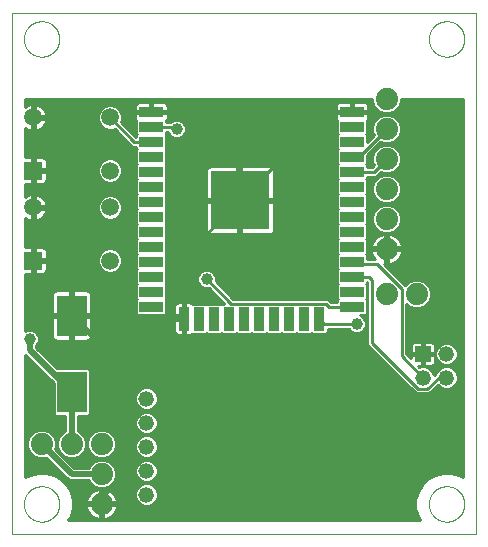
<source format=gtl>
G75*
%MOIN*%
%OFA0B0*%
%FSLAX25Y25*%
%IPPOS*%
%LPD*%
%AMOC8*
5,1,8,0,0,1.08239X$1,22.5*
%
%ADD10C,0.00000*%
%ADD11C,0.07400*%
%ADD12C,0.05898*%
%ADD13R,0.05898X0.05898*%
%ADD14R,0.09843X0.13780*%
%ADD15R,0.05200X0.05200*%
%ADD16C,0.05200*%
%ADD17R,0.19685X0.19685*%
%ADD18R,0.07874X0.03543*%
%ADD19R,0.03543X0.07874*%
%ADD20C,0.01000*%
%ADD21C,0.03962*%
%ADD22C,0.02000*%
D10*
X0001500Y0001500D02*
X0001500Y0175201D01*
X0156421Y0175201D01*
X0156421Y0001500D01*
X0001500Y0001500D01*
X0005595Y0011500D02*
X0005597Y0011653D01*
X0005603Y0011806D01*
X0005613Y0011959D01*
X0005627Y0012112D01*
X0005645Y0012264D01*
X0005667Y0012416D01*
X0005692Y0012567D01*
X0005722Y0012718D01*
X0005755Y0012867D01*
X0005793Y0013016D01*
X0005834Y0013164D01*
X0005879Y0013310D01*
X0005928Y0013455D01*
X0005981Y0013599D01*
X0006037Y0013742D01*
X0006097Y0013883D01*
X0006161Y0014023D01*
X0006228Y0014160D01*
X0006299Y0014296D01*
X0006373Y0014430D01*
X0006451Y0014562D01*
X0006532Y0014692D01*
X0006617Y0014820D01*
X0006705Y0014946D01*
X0006796Y0015069D01*
X0006890Y0015190D01*
X0006987Y0015309D01*
X0007088Y0015425D01*
X0007191Y0015538D01*
X0007298Y0015648D01*
X0007407Y0015756D01*
X0007518Y0015861D01*
X0007633Y0015963D01*
X0007750Y0016062D01*
X0007870Y0016157D01*
X0007992Y0016250D01*
X0008117Y0016340D01*
X0008243Y0016426D01*
X0008372Y0016509D01*
X0008503Y0016588D01*
X0008636Y0016664D01*
X0008771Y0016737D01*
X0008908Y0016806D01*
X0009047Y0016871D01*
X0009187Y0016933D01*
X0009329Y0016991D01*
X0009472Y0017046D01*
X0009617Y0017097D01*
X0009763Y0017144D01*
X0009910Y0017187D01*
X0010058Y0017226D01*
X0010207Y0017262D01*
X0010357Y0017293D01*
X0010508Y0017321D01*
X0010660Y0017345D01*
X0010812Y0017365D01*
X0010964Y0017381D01*
X0011117Y0017393D01*
X0011270Y0017401D01*
X0011423Y0017405D01*
X0011577Y0017405D01*
X0011730Y0017401D01*
X0011883Y0017393D01*
X0012036Y0017381D01*
X0012188Y0017365D01*
X0012340Y0017345D01*
X0012492Y0017321D01*
X0012643Y0017293D01*
X0012793Y0017262D01*
X0012942Y0017226D01*
X0013090Y0017187D01*
X0013237Y0017144D01*
X0013383Y0017097D01*
X0013528Y0017046D01*
X0013671Y0016991D01*
X0013813Y0016933D01*
X0013953Y0016871D01*
X0014092Y0016806D01*
X0014229Y0016737D01*
X0014364Y0016664D01*
X0014497Y0016588D01*
X0014628Y0016509D01*
X0014757Y0016426D01*
X0014883Y0016340D01*
X0015008Y0016250D01*
X0015130Y0016157D01*
X0015250Y0016062D01*
X0015367Y0015963D01*
X0015482Y0015861D01*
X0015593Y0015756D01*
X0015702Y0015648D01*
X0015809Y0015538D01*
X0015912Y0015425D01*
X0016013Y0015309D01*
X0016110Y0015190D01*
X0016204Y0015069D01*
X0016295Y0014946D01*
X0016383Y0014820D01*
X0016468Y0014692D01*
X0016549Y0014562D01*
X0016627Y0014430D01*
X0016701Y0014296D01*
X0016772Y0014160D01*
X0016839Y0014023D01*
X0016903Y0013883D01*
X0016963Y0013742D01*
X0017019Y0013599D01*
X0017072Y0013455D01*
X0017121Y0013310D01*
X0017166Y0013164D01*
X0017207Y0013016D01*
X0017245Y0012867D01*
X0017278Y0012718D01*
X0017308Y0012567D01*
X0017333Y0012416D01*
X0017355Y0012264D01*
X0017373Y0012112D01*
X0017387Y0011959D01*
X0017397Y0011806D01*
X0017403Y0011653D01*
X0017405Y0011500D01*
X0017403Y0011347D01*
X0017397Y0011194D01*
X0017387Y0011041D01*
X0017373Y0010888D01*
X0017355Y0010736D01*
X0017333Y0010584D01*
X0017308Y0010433D01*
X0017278Y0010282D01*
X0017245Y0010133D01*
X0017207Y0009984D01*
X0017166Y0009836D01*
X0017121Y0009690D01*
X0017072Y0009545D01*
X0017019Y0009401D01*
X0016963Y0009258D01*
X0016903Y0009117D01*
X0016839Y0008977D01*
X0016772Y0008840D01*
X0016701Y0008704D01*
X0016627Y0008570D01*
X0016549Y0008438D01*
X0016468Y0008308D01*
X0016383Y0008180D01*
X0016295Y0008054D01*
X0016204Y0007931D01*
X0016110Y0007810D01*
X0016013Y0007691D01*
X0015912Y0007575D01*
X0015809Y0007462D01*
X0015702Y0007352D01*
X0015593Y0007244D01*
X0015482Y0007139D01*
X0015367Y0007037D01*
X0015250Y0006938D01*
X0015130Y0006843D01*
X0015008Y0006750D01*
X0014883Y0006660D01*
X0014757Y0006574D01*
X0014628Y0006491D01*
X0014497Y0006412D01*
X0014364Y0006336D01*
X0014229Y0006263D01*
X0014092Y0006194D01*
X0013953Y0006129D01*
X0013813Y0006067D01*
X0013671Y0006009D01*
X0013528Y0005954D01*
X0013383Y0005903D01*
X0013237Y0005856D01*
X0013090Y0005813D01*
X0012942Y0005774D01*
X0012793Y0005738D01*
X0012643Y0005707D01*
X0012492Y0005679D01*
X0012340Y0005655D01*
X0012188Y0005635D01*
X0012036Y0005619D01*
X0011883Y0005607D01*
X0011730Y0005599D01*
X0011577Y0005595D01*
X0011423Y0005595D01*
X0011270Y0005599D01*
X0011117Y0005607D01*
X0010964Y0005619D01*
X0010812Y0005635D01*
X0010660Y0005655D01*
X0010508Y0005679D01*
X0010357Y0005707D01*
X0010207Y0005738D01*
X0010058Y0005774D01*
X0009910Y0005813D01*
X0009763Y0005856D01*
X0009617Y0005903D01*
X0009472Y0005954D01*
X0009329Y0006009D01*
X0009187Y0006067D01*
X0009047Y0006129D01*
X0008908Y0006194D01*
X0008771Y0006263D01*
X0008636Y0006336D01*
X0008503Y0006412D01*
X0008372Y0006491D01*
X0008243Y0006574D01*
X0008117Y0006660D01*
X0007992Y0006750D01*
X0007870Y0006843D01*
X0007750Y0006938D01*
X0007633Y0007037D01*
X0007518Y0007139D01*
X0007407Y0007244D01*
X0007298Y0007352D01*
X0007191Y0007462D01*
X0007088Y0007575D01*
X0006987Y0007691D01*
X0006890Y0007810D01*
X0006796Y0007931D01*
X0006705Y0008054D01*
X0006617Y0008180D01*
X0006532Y0008308D01*
X0006451Y0008438D01*
X0006373Y0008570D01*
X0006299Y0008704D01*
X0006228Y0008840D01*
X0006161Y0008977D01*
X0006097Y0009117D01*
X0006037Y0009258D01*
X0005981Y0009401D01*
X0005928Y0009545D01*
X0005879Y0009690D01*
X0005834Y0009836D01*
X0005793Y0009984D01*
X0005755Y0010133D01*
X0005722Y0010282D01*
X0005692Y0010433D01*
X0005667Y0010584D01*
X0005645Y0010736D01*
X0005627Y0010888D01*
X0005613Y0011041D01*
X0005603Y0011194D01*
X0005597Y0011347D01*
X0005595Y0011500D01*
X0005595Y0166500D02*
X0005597Y0166653D01*
X0005603Y0166806D01*
X0005613Y0166959D01*
X0005627Y0167112D01*
X0005645Y0167264D01*
X0005667Y0167416D01*
X0005692Y0167567D01*
X0005722Y0167718D01*
X0005755Y0167867D01*
X0005793Y0168016D01*
X0005834Y0168164D01*
X0005879Y0168310D01*
X0005928Y0168455D01*
X0005981Y0168599D01*
X0006037Y0168742D01*
X0006097Y0168883D01*
X0006161Y0169023D01*
X0006228Y0169160D01*
X0006299Y0169296D01*
X0006373Y0169430D01*
X0006451Y0169562D01*
X0006532Y0169692D01*
X0006617Y0169820D01*
X0006705Y0169946D01*
X0006796Y0170069D01*
X0006890Y0170190D01*
X0006987Y0170309D01*
X0007088Y0170425D01*
X0007191Y0170538D01*
X0007298Y0170648D01*
X0007407Y0170756D01*
X0007518Y0170861D01*
X0007633Y0170963D01*
X0007750Y0171062D01*
X0007870Y0171157D01*
X0007992Y0171250D01*
X0008117Y0171340D01*
X0008243Y0171426D01*
X0008372Y0171509D01*
X0008503Y0171588D01*
X0008636Y0171664D01*
X0008771Y0171737D01*
X0008908Y0171806D01*
X0009047Y0171871D01*
X0009187Y0171933D01*
X0009329Y0171991D01*
X0009472Y0172046D01*
X0009617Y0172097D01*
X0009763Y0172144D01*
X0009910Y0172187D01*
X0010058Y0172226D01*
X0010207Y0172262D01*
X0010357Y0172293D01*
X0010508Y0172321D01*
X0010660Y0172345D01*
X0010812Y0172365D01*
X0010964Y0172381D01*
X0011117Y0172393D01*
X0011270Y0172401D01*
X0011423Y0172405D01*
X0011577Y0172405D01*
X0011730Y0172401D01*
X0011883Y0172393D01*
X0012036Y0172381D01*
X0012188Y0172365D01*
X0012340Y0172345D01*
X0012492Y0172321D01*
X0012643Y0172293D01*
X0012793Y0172262D01*
X0012942Y0172226D01*
X0013090Y0172187D01*
X0013237Y0172144D01*
X0013383Y0172097D01*
X0013528Y0172046D01*
X0013671Y0171991D01*
X0013813Y0171933D01*
X0013953Y0171871D01*
X0014092Y0171806D01*
X0014229Y0171737D01*
X0014364Y0171664D01*
X0014497Y0171588D01*
X0014628Y0171509D01*
X0014757Y0171426D01*
X0014883Y0171340D01*
X0015008Y0171250D01*
X0015130Y0171157D01*
X0015250Y0171062D01*
X0015367Y0170963D01*
X0015482Y0170861D01*
X0015593Y0170756D01*
X0015702Y0170648D01*
X0015809Y0170538D01*
X0015912Y0170425D01*
X0016013Y0170309D01*
X0016110Y0170190D01*
X0016204Y0170069D01*
X0016295Y0169946D01*
X0016383Y0169820D01*
X0016468Y0169692D01*
X0016549Y0169562D01*
X0016627Y0169430D01*
X0016701Y0169296D01*
X0016772Y0169160D01*
X0016839Y0169023D01*
X0016903Y0168883D01*
X0016963Y0168742D01*
X0017019Y0168599D01*
X0017072Y0168455D01*
X0017121Y0168310D01*
X0017166Y0168164D01*
X0017207Y0168016D01*
X0017245Y0167867D01*
X0017278Y0167718D01*
X0017308Y0167567D01*
X0017333Y0167416D01*
X0017355Y0167264D01*
X0017373Y0167112D01*
X0017387Y0166959D01*
X0017397Y0166806D01*
X0017403Y0166653D01*
X0017405Y0166500D01*
X0017403Y0166347D01*
X0017397Y0166194D01*
X0017387Y0166041D01*
X0017373Y0165888D01*
X0017355Y0165736D01*
X0017333Y0165584D01*
X0017308Y0165433D01*
X0017278Y0165282D01*
X0017245Y0165133D01*
X0017207Y0164984D01*
X0017166Y0164836D01*
X0017121Y0164690D01*
X0017072Y0164545D01*
X0017019Y0164401D01*
X0016963Y0164258D01*
X0016903Y0164117D01*
X0016839Y0163977D01*
X0016772Y0163840D01*
X0016701Y0163704D01*
X0016627Y0163570D01*
X0016549Y0163438D01*
X0016468Y0163308D01*
X0016383Y0163180D01*
X0016295Y0163054D01*
X0016204Y0162931D01*
X0016110Y0162810D01*
X0016013Y0162691D01*
X0015912Y0162575D01*
X0015809Y0162462D01*
X0015702Y0162352D01*
X0015593Y0162244D01*
X0015482Y0162139D01*
X0015367Y0162037D01*
X0015250Y0161938D01*
X0015130Y0161843D01*
X0015008Y0161750D01*
X0014883Y0161660D01*
X0014757Y0161574D01*
X0014628Y0161491D01*
X0014497Y0161412D01*
X0014364Y0161336D01*
X0014229Y0161263D01*
X0014092Y0161194D01*
X0013953Y0161129D01*
X0013813Y0161067D01*
X0013671Y0161009D01*
X0013528Y0160954D01*
X0013383Y0160903D01*
X0013237Y0160856D01*
X0013090Y0160813D01*
X0012942Y0160774D01*
X0012793Y0160738D01*
X0012643Y0160707D01*
X0012492Y0160679D01*
X0012340Y0160655D01*
X0012188Y0160635D01*
X0012036Y0160619D01*
X0011883Y0160607D01*
X0011730Y0160599D01*
X0011577Y0160595D01*
X0011423Y0160595D01*
X0011270Y0160599D01*
X0011117Y0160607D01*
X0010964Y0160619D01*
X0010812Y0160635D01*
X0010660Y0160655D01*
X0010508Y0160679D01*
X0010357Y0160707D01*
X0010207Y0160738D01*
X0010058Y0160774D01*
X0009910Y0160813D01*
X0009763Y0160856D01*
X0009617Y0160903D01*
X0009472Y0160954D01*
X0009329Y0161009D01*
X0009187Y0161067D01*
X0009047Y0161129D01*
X0008908Y0161194D01*
X0008771Y0161263D01*
X0008636Y0161336D01*
X0008503Y0161412D01*
X0008372Y0161491D01*
X0008243Y0161574D01*
X0008117Y0161660D01*
X0007992Y0161750D01*
X0007870Y0161843D01*
X0007750Y0161938D01*
X0007633Y0162037D01*
X0007518Y0162139D01*
X0007407Y0162244D01*
X0007298Y0162352D01*
X0007191Y0162462D01*
X0007088Y0162575D01*
X0006987Y0162691D01*
X0006890Y0162810D01*
X0006796Y0162931D01*
X0006705Y0163054D01*
X0006617Y0163180D01*
X0006532Y0163308D01*
X0006451Y0163438D01*
X0006373Y0163570D01*
X0006299Y0163704D01*
X0006228Y0163840D01*
X0006161Y0163977D01*
X0006097Y0164117D01*
X0006037Y0164258D01*
X0005981Y0164401D01*
X0005928Y0164545D01*
X0005879Y0164690D01*
X0005834Y0164836D01*
X0005793Y0164984D01*
X0005755Y0165133D01*
X0005722Y0165282D01*
X0005692Y0165433D01*
X0005667Y0165584D01*
X0005645Y0165736D01*
X0005627Y0165888D01*
X0005613Y0166041D01*
X0005603Y0166194D01*
X0005597Y0166347D01*
X0005595Y0166500D01*
X0140595Y0166500D02*
X0140597Y0166653D01*
X0140603Y0166806D01*
X0140613Y0166959D01*
X0140627Y0167112D01*
X0140645Y0167264D01*
X0140667Y0167416D01*
X0140692Y0167567D01*
X0140722Y0167718D01*
X0140755Y0167867D01*
X0140793Y0168016D01*
X0140834Y0168164D01*
X0140879Y0168310D01*
X0140928Y0168455D01*
X0140981Y0168599D01*
X0141037Y0168742D01*
X0141097Y0168883D01*
X0141161Y0169023D01*
X0141228Y0169160D01*
X0141299Y0169296D01*
X0141373Y0169430D01*
X0141451Y0169562D01*
X0141532Y0169692D01*
X0141617Y0169820D01*
X0141705Y0169946D01*
X0141796Y0170069D01*
X0141890Y0170190D01*
X0141987Y0170309D01*
X0142088Y0170425D01*
X0142191Y0170538D01*
X0142298Y0170648D01*
X0142407Y0170756D01*
X0142518Y0170861D01*
X0142633Y0170963D01*
X0142750Y0171062D01*
X0142870Y0171157D01*
X0142992Y0171250D01*
X0143117Y0171340D01*
X0143243Y0171426D01*
X0143372Y0171509D01*
X0143503Y0171588D01*
X0143636Y0171664D01*
X0143771Y0171737D01*
X0143908Y0171806D01*
X0144047Y0171871D01*
X0144187Y0171933D01*
X0144329Y0171991D01*
X0144472Y0172046D01*
X0144617Y0172097D01*
X0144763Y0172144D01*
X0144910Y0172187D01*
X0145058Y0172226D01*
X0145207Y0172262D01*
X0145357Y0172293D01*
X0145508Y0172321D01*
X0145660Y0172345D01*
X0145812Y0172365D01*
X0145964Y0172381D01*
X0146117Y0172393D01*
X0146270Y0172401D01*
X0146423Y0172405D01*
X0146577Y0172405D01*
X0146730Y0172401D01*
X0146883Y0172393D01*
X0147036Y0172381D01*
X0147188Y0172365D01*
X0147340Y0172345D01*
X0147492Y0172321D01*
X0147643Y0172293D01*
X0147793Y0172262D01*
X0147942Y0172226D01*
X0148090Y0172187D01*
X0148237Y0172144D01*
X0148383Y0172097D01*
X0148528Y0172046D01*
X0148671Y0171991D01*
X0148813Y0171933D01*
X0148953Y0171871D01*
X0149092Y0171806D01*
X0149229Y0171737D01*
X0149364Y0171664D01*
X0149497Y0171588D01*
X0149628Y0171509D01*
X0149757Y0171426D01*
X0149883Y0171340D01*
X0150008Y0171250D01*
X0150130Y0171157D01*
X0150250Y0171062D01*
X0150367Y0170963D01*
X0150482Y0170861D01*
X0150593Y0170756D01*
X0150702Y0170648D01*
X0150809Y0170538D01*
X0150912Y0170425D01*
X0151013Y0170309D01*
X0151110Y0170190D01*
X0151204Y0170069D01*
X0151295Y0169946D01*
X0151383Y0169820D01*
X0151468Y0169692D01*
X0151549Y0169562D01*
X0151627Y0169430D01*
X0151701Y0169296D01*
X0151772Y0169160D01*
X0151839Y0169023D01*
X0151903Y0168883D01*
X0151963Y0168742D01*
X0152019Y0168599D01*
X0152072Y0168455D01*
X0152121Y0168310D01*
X0152166Y0168164D01*
X0152207Y0168016D01*
X0152245Y0167867D01*
X0152278Y0167718D01*
X0152308Y0167567D01*
X0152333Y0167416D01*
X0152355Y0167264D01*
X0152373Y0167112D01*
X0152387Y0166959D01*
X0152397Y0166806D01*
X0152403Y0166653D01*
X0152405Y0166500D01*
X0152403Y0166347D01*
X0152397Y0166194D01*
X0152387Y0166041D01*
X0152373Y0165888D01*
X0152355Y0165736D01*
X0152333Y0165584D01*
X0152308Y0165433D01*
X0152278Y0165282D01*
X0152245Y0165133D01*
X0152207Y0164984D01*
X0152166Y0164836D01*
X0152121Y0164690D01*
X0152072Y0164545D01*
X0152019Y0164401D01*
X0151963Y0164258D01*
X0151903Y0164117D01*
X0151839Y0163977D01*
X0151772Y0163840D01*
X0151701Y0163704D01*
X0151627Y0163570D01*
X0151549Y0163438D01*
X0151468Y0163308D01*
X0151383Y0163180D01*
X0151295Y0163054D01*
X0151204Y0162931D01*
X0151110Y0162810D01*
X0151013Y0162691D01*
X0150912Y0162575D01*
X0150809Y0162462D01*
X0150702Y0162352D01*
X0150593Y0162244D01*
X0150482Y0162139D01*
X0150367Y0162037D01*
X0150250Y0161938D01*
X0150130Y0161843D01*
X0150008Y0161750D01*
X0149883Y0161660D01*
X0149757Y0161574D01*
X0149628Y0161491D01*
X0149497Y0161412D01*
X0149364Y0161336D01*
X0149229Y0161263D01*
X0149092Y0161194D01*
X0148953Y0161129D01*
X0148813Y0161067D01*
X0148671Y0161009D01*
X0148528Y0160954D01*
X0148383Y0160903D01*
X0148237Y0160856D01*
X0148090Y0160813D01*
X0147942Y0160774D01*
X0147793Y0160738D01*
X0147643Y0160707D01*
X0147492Y0160679D01*
X0147340Y0160655D01*
X0147188Y0160635D01*
X0147036Y0160619D01*
X0146883Y0160607D01*
X0146730Y0160599D01*
X0146577Y0160595D01*
X0146423Y0160595D01*
X0146270Y0160599D01*
X0146117Y0160607D01*
X0145964Y0160619D01*
X0145812Y0160635D01*
X0145660Y0160655D01*
X0145508Y0160679D01*
X0145357Y0160707D01*
X0145207Y0160738D01*
X0145058Y0160774D01*
X0144910Y0160813D01*
X0144763Y0160856D01*
X0144617Y0160903D01*
X0144472Y0160954D01*
X0144329Y0161009D01*
X0144187Y0161067D01*
X0144047Y0161129D01*
X0143908Y0161194D01*
X0143771Y0161263D01*
X0143636Y0161336D01*
X0143503Y0161412D01*
X0143372Y0161491D01*
X0143243Y0161574D01*
X0143117Y0161660D01*
X0142992Y0161750D01*
X0142870Y0161843D01*
X0142750Y0161938D01*
X0142633Y0162037D01*
X0142518Y0162139D01*
X0142407Y0162244D01*
X0142298Y0162352D01*
X0142191Y0162462D01*
X0142088Y0162575D01*
X0141987Y0162691D01*
X0141890Y0162810D01*
X0141796Y0162931D01*
X0141705Y0163054D01*
X0141617Y0163180D01*
X0141532Y0163308D01*
X0141451Y0163438D01*
X0141373Y0163570D01*
X0141299Y0163704D01*
X0141228Y0163840D01*
X0141161Y0163977D01*
X0141097Y0164117D01*
X0141037Y0164258D01*
X0140981Y0164401D01*
X0140928Y0164545D01*
X0140879Y0164690D01*
X0140834Y0164836D01*
X0140793Y0164984D01*
X0140755Y0165133D01*
X0140722Y0165282D01*
X0140692Y0165433D01*
X0140667Y0165584D01*
X0140645Y0165736D01*
X0140627Y0165888D01*
X0140613Y0166041D01*
X0140603Y0166194D01*
X0140597Y0166347D01*
X0140595Y0166500D01*
X0140595Y0011500D02*
X0140597Y0011653D01*
X0140603Y0011806D01*
X0140613Y0011959D01*
X0140627Y0012112D01*
X0140645Y0012264D01*
X0140667Y0012416D01*
X0140692Y0012567D01*
X0140722Y0012718D01*
X0140755Y0012867D01*
X0140793Y0013016D01*
X0140834Y0013164D01*
X0140879Y0013310D01*
X0140928Y0013455D01*
X0140981Y0013599D01*
X0141037Y0013742D01*
X0141097Y0013883D01*
X0141161Y0014023D01*
X0141228Y0014160D01*
X0141299Y0014296D01*
X0141373Y0014430D01*
X0141451Y0014562D01*
X0141532Y0014692D01*
X0141617Y0014820D01*
X0141705Y0014946D01*
X0141796Y0015069D01*
X0141890Y0015190D01*
X0141987Y0015309D01*
X0142088Y0015425D01*
X0142191Y0015538D01*
X0142298Y0015648D01*
X0142407Y0015756D01*
X0142518Y0015861D01*
X0142633Y0015963D01*
X0142750Y0016062D01*
X0142870Y0016157D01*
X0142992Y0016250D01*
X0143117Y0016340D01*
X0143243Y0016426D01*
X0143372Y0016509D01*
X0143503Y0016588D01*
X0143636Y0016664D01*
X0143771Y0016737D01*
X0143908Y0016806D01*
X0144047Y0016871D01*
X0144187Y0016933D01*
X0144329Y0016991D01*
X0144472Y0017046D01*
X0144617Y0017097D01*
X0144763Y0017144D01*
X0144910Y0017187D01*
X0145058Y0017226D01*
X0145207Y0017262D01*
X0145357Y0017293D01*
X0145508Y0017321D01*
X0145660Y0017345D01*
X0145812Y0017365D01*
X0145964Y0017381D01*
X0146117Y0017393D01*
X0146270Y0017401D01*
X0146423Y0017405D01*
X0146577Y0017405D01*
X0146730Y0017401D01*
X0146883Y0017393D01*
X0147036Y0017381D01*
X0147188Y0017365D01*
X0147340Y0017345D01*
X0147492Y0017321D01*
X0147643Y0017293D01*
X0147793Y0017262D01*
X0147942Y0017226D01*
X0148090Y0017187D01*
X0148237Y0017144D01*
X0148383Y0017097D01*
X0148528Y0017046D01*
X0148671Y0016991D01*
X0148813Y0016933D01*
X0148953Y0016871D01*
X0149092Y0016806D01*
X0149229Y0016737D01*
X0149364Y0016664D01*
X0149497Y0016588D01*
X0149628Y0016509D01*
X0149757Y0016426D01*
X0149883Y0016340D01*
X0150008Y0016250D01*
X0150130Y0016157D01*
X0150250Y0016062D01*
X0150367Y0015963D01*
X0150482Y0015861D01*
X0150593Y0015756D01*
X0150702Y0015648D01*
X0150809Y0015538D01*
X0150912Y0015425D01*
X0151013Y0015309D01*
X0151110Y0015190D01*
X0151204Y0015069D01*
X0151295Y0014946D01*
X0151383Y0014820D01*
X0151468Y0014692D01*
X0151549Y0014562D01*
X0151627Y0014430D01*
X0151701Y0014296D01*
X0151772Y0014160D01*
X0151839Y0014023D01*
X0151903Y0013883D01*
X0151963Y0013742D01*
X0152019Y0013599D01*
X0152072Y0013455D01*
X0152121Y0013310D01*
X0152166Y0013164D01*
X0152207Y0013016D01*
X0152245Y0012867D01*
X0152278Y0012718D01*
X0152308Y0012567D01*
X0152333Y0012416D01*
X0152355Y0012264D01*
X0152373Y0012112D01*
X0152387Y0011959D01*
X0152397Y0011806D01*
X0152403Y0011653D01*
X0152405Y0011500D01*
X0152403Y0011347D01*
X0152397Y0011194D01*
X0152387Y0011041D01*
X0152373Y0010888D01*
X0152355Y0010736D01*
X0152333Y0010584D01*
X0152308Y0010433D01*
X0152278Y0010282D01*
X0152245Y0010133D01*
X0152207Y0009984D01*
X0152166Y0009836D01*
X0152121Y0009690D01*
X0152072Y0009545D01*
X0152019Y0009401D01*
X0151963Y0009258D01*
X0151903Y0009117D01*
X0151839Y0008977D01*
X0151772Y0008840D01*
X0151701Y0008704D01*
X0151627Y0008570D01*
X0151549Y0008438D01*
X0151468Y0008308D01*
X0151383Y0008180D01*
X0151295Y0008054D01*
X0151204Y0007931D01*
X0151110Y0007810D01*
X0151013Y0007691D01*
X0150912Y0007575D01*
X0150809Y0007462D01*
X0150702Y0007352D01*
X0150593Y0007244D01*
X0150482Y0007139D01*
X0150367Y0007037D01*
X0150250Y0006938D01*
X0150130Y0006843D01*
X0150008Y0006750D01*
X0149883Y0006660D01*
X0149757Y0006574D01*
X0149628Y0006491D01*
X0149497Y0006412D01*
X0149364Y0006336D01*
X0149229Y0006263D01*
X0149092Y0006194D01*
X0148953Y0006129D01*
X0148813Y0006067D01*
X0148671Y0006009D01*
X0148528Y0005954D01*
X0148383Y0005903D01*
X0148237Y0005856D01*
X0148090Y0005813D01*
X0147942Y0005774D01*
X0147793Y0005738D01*
X0147643Y0005707D01*
X0147492Y0005679D01*
X0147340Y0005655D01*
X0147188Y0005635D01*
X0147036Y0005619D01*
X0146883Y0005607D01*
X0146730Y0005599D01*
X0146577Y0005595D01*
X0146423Y0005595D01*
X0146270Y0005599D01*
X0146117Y0005607D01*
X0145964Y0005619D01*
X0145812Y0005635D01*
X0145660Y0005655D01*
X0145508Y0005679D01*
X0145357Y0005707D01*
X0145207Y0005738D01*
X0145058Y0005774D01*
X0144910Y0005813D01*
X0144763Y0005856D01*
X0144617Y0005903D01*
X0144472Y0005954D01*
X0144329Y0006009D01*
X0144187Y0006067D01*
X0144047Y0006129D01*
X0143908Y0006194D01*
X0143771Y0006263D01*
X0143636Y0006336D01*
X0143503Y0006412D01*
X0143372Y0006491D01*
X0143243Y0006574D01*
X0143117Y0006660D01*
X0142992Y0006750D01*
X0142870Y0006843D01*
X0142750Y0006938D01*
X0142633Y0007037D01*
X0142518Y0007139D01*
X0142407Y0007244D01*
X0142298Y0007352D01*
X0142191Y0007462D01*
X0142088Y0007575D01*
X0141987Y0007691D01*
X0141890Y0007810D01*
X0141796Y0007931D01*
X0141705Y0008054D01*
X0141617Y0008180D01*
X0141532Y0008308D01*
X0141451Y0008438D01*
X0141373Y0008570D01*
X0141299Y0008704D01*
X0141228Y0008840D01*
X0141161Y0008977D01*
X0141097Y0009117D01*
X0141037Y0009258D01*
X0140981Y0009401D01*
X0140928Y0009545D01*
X0140879Y0009690D01*
X0140834Y0009836D01*
X0140793Y0009984D01*
X0140755Y0010133D01*
X0140722Y0010282D01*
X0140692Y0010433D01*
X0140667Y0010584D01*
X0140645Y0010736D01*
X0140627Y0010888D01*
X0140613Y0011041D01*
X0140603Y0011194D01*
X0140597Y0011347D01*
X0140595Y0011500D01*
D11*
X0136500Y0081500D03*
X0126500Y0081500D03*
X0126500Y0096500D03*
X0126500Y0106500D03*
X0126500Y0116500D03*
X0126500Y0126500D03*
X0126500Y0136500D03*
X0126500Y0146500D03*
X0031500Y0031500D03*
X0031500Y0021500D03*
X0031500Y0011500D03*
X0021500Y0031500D03*
X0011500Y0031500D03*
D12*
X0034295Y0092642D03*
X0034295Y0110358D03*
X0034295Y0122642D03*
X0034295Y0140358D03*
X0008705Y0140358D03*
X0008705Y0110358D03*
D13*
X0008705Y0122642D03*
X0008705Y0092642D03*
D14*
X0021500Y0074295D03*
X0021500Y0048705D03*
D15*
X0138563Y0061500D03*
D16*
X0138563Y0053626D03*
X0146437Y0053626D03*
X0146437Y0061500D03*
X0046437Y0046626D03*
X0046437Y0038500D03*
X0046437Y0030626D03*
X0046437Y0022500D03*
X0046437Y0014626D03*
D17*
X0077563Y0112681D03*
D18*
X0048035Y0112209D03*
X0048035Y0117209D03*
X0048035Y0122209D03*
X0048035Y0127209D03*
X0048035Y0132209D03*
X0048035Y0137209D03*
X0048035Y0142209D03*
X0048035Y0107209D03*
X0048035Y0102209D03*
X0048035Y0097209D03*
X0048035Y0092209D03*
X0048035Y0087209D03*
X0048035Y0082209D03*
X0048035Y0077209D03*
X0114965Y0077209D03*
X0114965Y0082209D03*
X0114965Y0087209D03*
X0114965Y0092209D03*
X0114965Y0097209D03*
X0114965Y0102209D03*
X0114965Y0107209D03*
X0114965Y0112209D03*
X0114965Y0117209D03*
X0114965Y0122209D03*
X0114965Y0127209D03*
X0114965Y0132209D03*
X0114965Y0137209D03*
X0114965Y0142209D03*
D19*
X0104000Y0073272D03*
X0099000Y0073272D03*
X0094000Y0073272D03*
X0089000Y0073272D03*
X0084000Y0073272D03*
X0079000Y0073272D03*
X0074000Y0073272D03*
X0069000Y0073272D03*
X0064000Y0073272D03*
X0059000Y0073272D03*
D20*
X0059000Y0094118D01*
X0076500Y0111618D01*
X0076500Y0131500D01*
X0077063Y0124024D02*
X0067523Y0124024D01*
X0067141Y0123921D01*
X0066799Y0123724D01*
X0066520Y0123445D01*
X0066323Y0123103D01*
X0066220Y0122721D01*
X0066220Y0113181D01*
X0077063Y0113181D01*
X0077063Y0112181D01*
X0078063Y0112181D01*
X0078063Y0101339D01*
X0087603Y0101339D01*
X0087984Y0101441D01*
X0088327Y0101638D01*
X0088606Y0101918D01*
X0088803Y0102260D01*
X0088905Y0102641D01*
X0088905Y0112181D01*
X0078063Y0112181D01*
X0078063Y0113181D01*
X0088905Y0113181D01*
X0088905Y0122721D01*
X0088803Y0123103D01*
X0088606Y0123445D01*
X0088327Y0123724D01*
X0087984Y0123921D01*
X0087603Y0124024D01*
X0078063Y0124024D01*
X0078063Y0113181D01*
X0077063Y0113181D01*
X0077063Y0124024D01*
X0077063Y0123318D02*
X0078063Y0123318D01*
X0078063Y0122320D02*
X0077063Y0122320D01*
X0077063Y0121321D02*
X0078063Y0121321D01*
X0078063Y0120323D02*
X0077063Y0120323D01*
X0077063Y0119324D02*
X0078063Y0119324D01*
X0078063Y0118326D02*
X0077063Y0118326D01*
X0077063Y0117327D02*
X0078063Y0117327D01*
X0078063Y0116329D02*
X0077063Y0116329D01*
X0077063Y0115330D02*
X0078063Y0115330D01*
X0078063Y0114332D02*
X0077063Y0114332D01*
X0077063Y0113333D02*
X0078063Y0113333D01*
X0077563Y0112681D02*
X0076500Y0111618D01*
X0077063Y0111336D02*
X0078063Y0111336D01*
X0078063Y0110338D02*
X0077063Y0110338D01*
X0077063Y0109339D02*
X0078063Y0109339D01*
X0078063Y0108341D02*
X0077063Y0108341D01*
X0077063Y0107342D02*
X0078063Y0107342D01*
X0078063Y0106344D02*
X0077063Y0106344D01*
X0077063Y0105345D02*
X0078063Y0105345D01*
X0078063Y0104347D02*
X0077063Y0104347D01*
X0077063Y0103348D02*
X0078063Y0103348D01*
X0078063Y0102350D02*
X0077063Y0102350D01*
X0077063Y0101351D02*
X0078063Y0101351D01*
X0077063Y0101339D02*
X0077063Y0112181D01*
X0066220Y0112181D01*
X0066220Y0102641D01*
X0066323Y0102260D01*
X0066520Y0101918D01*
X0066799Y0101638D01*
X0067141Y0101441D01*
X0067523Y0101339D01*
X0077063Y0101339D01*
X0067476Y0101351D02*
X0053072Y0101351D01*
X0053072Y0100353D02*
X0109928Y0100353D01*
X0109928Y0099981D02*
X0110200Y0099709D01*
X0109928Y0099436D01*
X0109928Y0094981D01*
X0110200Y0094709D01*
X0109928Y0094436D01*
X0109928Y0089981D01*
X0110200Y0089709D01*
X0109928Y0089436D01*
X0109928Y0084981D01*
X0110200Y0084709D01*
X0109928Y0084436D01*
X0109928Y0079981D01*
X0110200Y0079709D01*
X0109928Y0079436D01*
X0109928Y0078809D01*
X0107990Y0078809D01*
X0107827Y0078971D01*
X0106890Y0079909D01*
X0075354Y0079909D01*
X0069521Y0085742D01*
X0069581Y0085887D01*
X0069581Y0087113D01*
X0069112Y0088245D01*
X0068245Y0089112D01*
X0067113Y0089581D01*
X0065887Y0089581D01*
X0064755Y0089112D01*
X0063888Y0088245D01*
X0063419Y0087113D01*
X0063419Y0085887D01*
X0063888Y0084755D01*
X0064755Y0083888D01*
X0065887Y0083419D01*
X0067113Y0083419D01*
X0067258Y0083479D01*
X0072429Y0078309D01*
X0071773Y0078309D01*
X0071500Y0078036D01*
X0071227Y0078309D01*
X0066773Y0078309D01*
X0066500Y0078036D01*
X0066227Y0078309D01*
X0061793Y0078309D01*
X0061693Y0078409D01*
X0061351Y0078606D01*
X0060969Y0078709D01*
X0059386Y0078709D01*
X0059386Y0073658D01*
X0058614Y0073658D01*
X0058614Y0078709D01*
X0057031Y0078709D01*
X0056649Y0078606D01*
X0056307Y0078409D01*
X0056028Y0078130D01*
X0055831Y0077788D01*
X0055728Y0077406D01*
X0055728Y0073657D01*
X0058614Y0073657D01*
X0058614Y0072886D01*
X0055728Y0072886D01*
X0055728Y0069137D01*
X0055831Y0068756D01*
X0056028Y0068414D01*
X0056307Y0068134D01*
X0056649Y0067937D01*
X0057031Y0067835D01*
X0058614Y0067835D01*
X0058614Y0072886D01*
X0059386Y0072886D01*
X0059386Y0067835D01*
X0060969Y0067835D01*
X0061351Y0067937D01*
X0061693Y0068134D01*
X0061793Y0068235D01*
X0066227Y0068235D01*
X0066500Y0068507D01*
X0066773Y0068235D01*
X0071227Y0068235D01*
X0071500Y0068507D01*
X0071773Y0068235D01*
X0076227Y0068235D01*
X0076500Y0068507D01*
X0076773Y0068235D01*
X0081227Y0068235D01*
X0081500Y0068507D01*
X0081773Y0068235D01*
X0086227Y0068235D01*
X0086500Y0068507D01*
X0086773Y0068235D01*
X0091227Y0068235D01*
X0091500Y0068507D01*
X0091773Y0068235D01*
X0096227Y0068235D01*
X0096500Y0068507D01*
X0096773Y0068235D01*
X0101227Y0068235D01*
X0101500Y0068507D01*
X0101773Y0068235D01*
X0106227Y0068235D01*
X0106872Y0068879D01*
X0106872Y0069900D01*
X0113828Y0069900D01*
X0113888Y0069755D01*
X0114755Y0068888D01*
X0115887Y0068419D01*
X0117113Y0068419D01*
X0118245Y0068888D01*
X0119112Y0069755D01*
X0119581Y0070887D01*
X0119581Y0072113D01*
X0119112Y0073245D01*
X0118245Y0074112D01*
X0117702Y0074337D01*
X0119357Y0074337D01*
X0120002Y0074981D01*
X0120002Y0079436D01*
X0119729Y0079709D01*
X0120002Y0079981D01*
X0120002Y0084436D01*
X0119729Y0084709D01*
X0120002Y0084981D01*
X0120002Y0085609D01*
X0120100Y0085609D01*
X0120100Y0064594D01*
X0136368Y0048326D01*
X0140758Y0048326D01*
X0143631Y0051199D01*
X0144341Y0050489D01*
X0145701Y0049926D01*
X0147173Y0049926D01*
X0148533Y0050489D01*
X0149574Y0051530D01*
X0150137Y0052890D01*
X0150137Y0054362D01*
X0149574Y0055722D01*
X0148533Y0056763D01*
X0147173Y0057326D01*
X0145701Y0057326D01*
X0144341Y0056763D01*
X0143300Y0055722D01*
X0143068Y0055161D01*
X0142263Y0054356D01*
X0142263Y0054362D01*
X0141700Y0055722D01*
X0140659Y0056763D01*
X0139299Y0057326D01*
X0137827Y0057326D01*
X0137331Y0057121D01*
X0137052Y0057400D01*
X0138263Y0057400D01*
X0138263Y0061200D01*
X0138863Y0061200D01*
X0138863Y0061800D01*
X0142663Y0061800D01*
X0142663Y0064297D01*
X0142561Y0064679D01*
X0142363Y0065021D01*
X0142084Y0065300D01*
X0141742Y0065498D01*
X0141360Y0065600D01*
X0138863Y0065600D01*
X0138863Y0061800D01*
X0138263Y0061800D01*
X0138263Y0065600D01*
X0135766Y0065600D01*
X0135384Y0065498D01*
X0135042Y0065300D01*
X0134763Y0065021D01*
X0134565Y0064679D01*
X0134463Y0064297D01*
X0134463Y0061800D01*
X0138263Y0061800D01*
X0138263Y0061200D01*
X0134463Y0061200D01*
X0134463Y0059989D01*
X0133100Y0061352D01*
X0133100Y0078112D01*
X0133781Y0077431D01*
X0135545Y0076700D01*
X0137455Y0076700D01*
X0139219Y0077431D01*
X0140569Y0078781D01*
X0141300Y0080545D01*
X0141300Y0082455D01*
X0140569Y0084219D01*
X0139219Y0085569D01*
X0137455Y0086300D01*
X0135545Y0086300D01*
X0133781Y0085569D01*
X0132631Y0084420D01*
X0132163Y0084888D01*
X0125687Y0091364D01*
X0126000Y0091314D01*
X0126000Y0096000D01*
X0121314Y0096000D01*
X0121428Y0095282D01*
X0121681Y0094504D01*
X0122053Y0093775D01*
X0122534Y0093112D01*
X0122546Y0093100D01*
X0120002Y0093100D01*
X0120002Y0094436D01*
X0119729Y0094709D01*
X0120002Y0094981D01*
X0120002Y0099436D01*
X0119729Y0099709D01*
X0120002Y0099981D01*
X0120002Y0104436D01*
X0119729Y0104709D01*
X0120002Y0104981D01*
X0120002Y0109436D01*
X0119729Y0109709D01*
X0120002Y0109981D01*
X0120002Y0114436D01*
X0119729Y0114709D01*
X0120002Y0114981D01*
X0120002Y0119436D01*
X0119729Y0119709D01*
X0120002Y0119981D01*
X0120002Y0120609D01*
X0122871Y0120609D01*
X0123809Y0121546D01*
X0124426Y0122164D01*
X0125545Y0121700D01*
X0127455Y0121700D01*
X0129219Y0122431D01*
X0130569Y0123781D01*
X0131300Y0125545D01*
X0131300Y0127455D01*
X0130569Y0129219D01*
X0129219Y0130569D01*
X0127455Y0131300D01*
X0125545Y0131300D01*
X0123781Y0130569D01*
X0122431Y0129219D01*
X0121700Y0127455D01*
X0121700Y0125545D01*
X0122164Y0124426D01*
X0121546Y0123809D01*
X0120002Y0123809D01*
X0120002Y0124436D01*
X0119729Y0124709D01*
X0120002Y0124981D01*
X0120002Y0127719D01*
X0124441Y0132158D01*
X0125545Y0131700D01*
X0127455Y0131700D01*
X0129219Y0132431D01*
X0130569Y0133781D01*
X0131300Y0135545D01*
X0131300Y0137455D01*
X0130569Y0139219D01*
X0129219Y0140569D01*
X0127455Y0141300D01*
X0125545Y0141300D01*
X0123781Y0140569D01*
X0122431Y0139219D01*
X0121700Y0137455D01*
X0121700Y0135545D01*
X0122169Y0134412D01*
X0120002Y0132244D01*
X0120002Y0134436D01*
X0119729Y0134709D01*
X0120002Y0134981D01*
X0120002Y0139416D01*
X0120102Y0139516D01*
X0120299Y0139858D01*
X0120402Y0140240D01*
X0120402Y0141823D01*
X0115350Y0141823D01*
X0115350Y0142594D01*
X0120402Y0142594D01*
X0120402Y0144178D01*
X0120299Y0144559D01*
X0120102Y0144901D01*
X0119823Y0145181D01*
X0119481Y0145378D01*
X0119099Y0145480D01*
X0115350Y0145480D01*
X0115350Y0142595D01*
X0114579Y0142595D01*
X0114579Y0145480D01*
X0110830Y0145480D01*
X0110449Y0145378D01*
X0110107Y0145181D01*
X0109827Y0144901D01*
X0109630Y0144559D01*
X0109528Y0144178D01*
X0109528Y0142594D01*
X0114579Y0142594D01*
X0114579Y0141823D01*
X0109528Y0141823D01*
X0109528Y0140240D01*
X0109630Y0139858D01*
X0109827Y0139516D01*
X0109928Y0139416D01*
X0109928Y0134981D01*
X0110200Y0134709D01*
X0109928Y0134436D01*
X0109928Y0129981D01*
X0110200Y0129709D01*
X0109928Y0129436D01*
X0109928Y0124981D01*
X0110200Y0124709D01*
X0109928Y0124436D01*
X0109928Y0119981D01*
X0110200Y0119709D01*
X0109928Y0119436D01*
X0109928Y0114981D01*
X0110200Y0114709D01*
X0109928Y0114436D01*
X0109928Y0109981D01*
X0110200Y0109709D01*
X0109928Y0109436D01*
X0109928Y0104981D01*
X0110200Y0104709D01*
X0109928Y0104436D01*
X0109928Y0099981D01*
X0109928Y0099354D02*
X0053072Y0099354D01*
X0053072Y0099436D02*
X0052800Y0099709D01*
X0053072Y0099981D01*
X0053072Y0104436D01*
X0052800Y0104709D01*
X0053072Y0104981D01*
X0053072Y0109436D01*
X0052800Y0109709D01*
X0053072Y0109981D01*
X0053072Y0114436D01*
X0052800Y0114709D01*
X0053072Y0114981D01*
X0053072Y0119436D01*
X0052800Y0119709D01*
X0053072Y0119981D01*
X0053072Y0124436D01*
X0052800Y0124709D01*
X0053072Y0124981D01*
X0053072Y0129436D01*
X0052800Y0129709D01*
X0053072Y0129981D01*
X0053072Y0134436D01*
X0052800Y0134709D01*
X0053072Y0134981D01*
X0053072Y0135609D01*
X0053534Y0135609D01*
X0053888Y0134755D01*
X0054755Y0133888D01*
X0055887Y0133419D01*
X0057113Y0133419D01*
X0058245Y0133888D01*
X0059112Y0134755D01*
X0059581Y0135887D01*
X0059581Y0137113D01*
X0059112Y0138245D01*
X0058245Y0139112D01*
X0057113Y0139581D01*
X0055887Y0139581D01*
X0054755Y0139112D01*
X0054451Y0138809D01*
X0053072Y0138809D01*
X0053072Y0139416D01*
X0053173Y0139516D01*
X0053370Y0139858D01*
X0053472Y0140240D01*
X0053472Y0141823D01*
X0048421Y0141823D01*
X0048421Y0142594D01*
X0053472Y0142594D01*
X0053472Y0144178D01*
X0053370Y0144559D01*
X0053173Y0144901D01*
X0052893Y0145181D01*
X0052551Y0145378D01*
X0052170Y0145480D01*
X0048421Y0145480D01*
X0048421Y0142595D01*
X0047650Y0142595D01*
X0047650Y0145480D01*
X0043901Y0145480D01*
X0043519Y0145378D01*
X0043177Y0145181D01*
X0042898Y0144901D01*
X0042701Y0144559D01*
X0042598Y0144178D01*
X0042598Y0142594D01*
X0047650Y0142594D01*
X0047650Y0141823D01*
X0042598Y0141823D01*
X0042598Y0140240D01*
X0042701Y0139858D01*
X0042898Y0139516D01*
X0042998Y0139416D01*
X0042998Y0134981D01*
X0043271Y0134709D01*
X0042998Y0134436D01*
X0042998Y0133918D01*
X0038057Y0138859D01*
X0038344Y0139553D01*
X0038344Y0141164D01*
X0037728Y0142652D01*
X0036589Y0143791D01*
X0035101Y0144407D01*
X0033490Y0144407D01*
X0032002Y0143791D01*
X0030863Y0142652D01*
X0030246Y0141164D01*
X0030246Y0139553D01*
X0030863Y0138065D01*
X0032002Y0136926D01*
X0033490Y0136309D01*
X0035101Y0136309D01*
X0035794Y0136597D01*
X0041782Y0130609D01*
X0042998Y0130609D01*
X0042998Y0129981D01*
X0043271Y0129709D01*
X0042998Y0129436D01*
X0042998Y0124981D01*
X0043271Y0124709D01*
X0042998Y0124436D01*
X0042998Y0119981D01*
X0043271Y0119709D01*
X0042998Y0119436D01*
X0042998Y0114981D01*
X0043271Y0114709D01*
X0042998Y0114436D01*
X0042998Y0109981D01*
X0043271Y0109709D01*
X0042998Y0109436D01*
X0042998Y0104981D01*
X0043271Y0104709D01*
X0042998Y0104436D01*
X0042998Y0099981D01*
X0043271Y0099709D01*
X0042998Y0099436D01*
X0042998Y0094981D01*
X0043271Y0094709D01*
X0042998Y0094436D01*
X0042998Y0089981D01*
X0043271Y0089709D01*
X0042998Y0089436D01*
X0042998Y0084981D01*
X0043271Y0084709D01*
X0042998Y0084436D01*
X0042998Y0079981D01*
X0043271Y0079709D01*
X0042998Y0079436D01*
X0042998Y0074981D01*
X0043643Y0074337D01*
X0052428Y0074337D01*
X0053072Y0074981D01*
X0053072Y0079436D01*
X0052800Y0079709D01*
X0053072Y0079981D01*
X0053072Y0084436D01*
X0052800Y0084709D01*
X0053072Y0084981D01*
X0053072Y0089436D01*
X0052800Y0089709D01*
X0053072Y0089981D01*
X0053072Y0094436D01*
X0052800Y0094709D01*
X0053072Y0094981D01*
X0053072Y0099436D01*
X0053072Y0098356D02*
X0109928Y0098356D01*
X0109928Y0097357D02*
X0053072Y0097357D01*
X0053072Y0096359D02*
X0109928Y0096359D01*
X0109928Y0095360D02*
X0053072Y0095360D01*
X0053072Y0094362D02*
X0109928Y0094362D01*
X0109928Y0093363D02*
X0053072Y0093363D01*
X0053072Y0092365D02*
X0109928Y0092365D01*
X0109928Y0091366D02*
X0053072Y0091366D01*
X0053072Y0090368D02*
X0109928Y0090368D01*
X0109928Y0089369D02*
X0067625Y0089369D01*
X0068987Y0088370D02*
X0109928Y0088370D01*
X0109928Y0087372D02*
X0069474Y0087372D01*
X0069581Y0086373D02*
X0109928Y0086373D01*
X0109928Y0085375D02*
X0069888Y0085375D01*
X0070886Y0084376D02*
X0109928Y0084376D01*
X0109928Y0083378D02*
X0071885Y0083378D01*
X0072883Y0082379D02*
X0109928Y0082379D01*
X0109928Y0081381D02*
X0073882Y0081381D01*
X0074880Y0080382D02*
X0109928Y0080382D01*
X0109928Y0079384D02*
X0107415Y0079384D01*
X0106227Y0078309D02*
X0074691Y0078309D01*
X0066500Y0086500D01*
X0065375Y0089369D02*
X0053072Y0089369D01*
X0053072Y0088370D02*
X0064013Y0088370D01*
X0063526Y0087372D02*
X0053072Y0087372D01*
X0053072Y0086373D02*
X0063419Y0086373D01*
X0063631Y0085375D02*
X0053072Y0085375D01*
X0053072Y0084376D02*
X0064266Y0084376D01*
X0067359Y0083378D02*
X0053072Y0083378D01*
X0053072Y0082379D02*
X0068358Y0082379D01*
X0069356Y0081381D02*
X0053072Y0081381D01*
X0053072Y0080382D02*
X0070355Y0080382D01*
X0071353Y0079384D02*
X0053072Y0079384D01*
X0053072Y0078385D02*
X0056284Y0078385D01*
X0055728Y0077387D02*
X0053072Y0077387D01*
X0053072Y0076388D02*
X0055728Y0076388D01*
X0055728Y0075390D02*
X0053072Y0075390D01*
X0052482Y0074391D02*
X0055728Y0074391D01*
X0055728Y0072394D02*
X0027921Y0072394D01*
X0027921Y0071396D02*
X0055728Y0071396D01*
X0055728Y0070397D02*
X0027921Y0070397D01*
X0027921Y0069399D02*
X0055728Y0069399D01*
X0056041Y0068400D02*
X0027921Y0068400D01*
X0027921Y0067402D02*
X0120100Y0067402D01*
X0120100Y0068400D02*
X0106393Y0068400D01*
X0106872Y0069399D02*
X0114244Y0069399D01*
X0116500Y0071500D02*
X0105772Y0071500D01*
X0104000Y0073272D01*
X0107327Y0077209D02*
X0106227Y0078309D01*
X0107327Y0077209D02*
X0114965Y0077209D01*
X0120002Y0077387D02*
X0120100Y0077387D01*
X0120100Y0078385D02*
X0120002Y0078385D01*
X0120002Y0079384D02*
X0120100Y0079384D01*
X0120100Y0080382D02*
X0120002Y0080382D01*
X0120002Y0081381D02*
X0120100Y0081381D01*
X0120100Y0082379D02*
X0120002Y0082379D01*
X0120002Y0083378D02*
X0120100Y0083378D01*
X0120100Y0084376D02*
X0120002Y0084376D01*
X0120002Y0085375D02*
X0120100Y0085375D01*
X0121700Y0086300D02*
X0120791Y0087209D01*
X0114965Y0087209D01*
X0115673Y0091500D02*
X0123288Y0091500D01*
X0131500Y0083288D01*
X0131500Y0060689D01*
X0138563Y0053626D01*
X0141003Y0056418D02*
X0143997Y0056418D01*
X0143175Y0055420D02*
X0141825Y0055420D01*
X0142238Y0054421D02*
X0142328Y0054421D01*
X0143796Y0053626D02*
X0146437Y0053626D01*
X0143796Y0053626D02*
X0140096Y0049926D01*
X0137030Y0049926D01*
X0121700Y0065256D01*
X0121700Y0086300D01*
X0126683Y0090368D02*
X0151921Y0090368D01*
X0151921Y0091366D02*
X0127326Y0091366D01*
X0127000Y0091366D02*
X0126000Y0091366D01*
X0126000Y0092365D02*
X0127000Y0092365D01*
X0127000Y0093363D02*
X0126000Y0093363D01*
X0126000Y0094362D02*
X0127000Y0094362D01*
X0127000Y0095360D02*
X0126000Y0095360D01*
X0126000Y0096000D02*
X0127000Y0096000D01*
X0127000Y0097000D01*
X0126000Y0097000D01*
X0126000Y0101686D01*
X0125282Y0101572D01*
X0124504Y0101319D01*
X0123775Y0100947D01*
X0123112Y0100466D01*
X0122534Y0099888D01*
X0122053Y0099225D01*
X0121681Y0098496D01*
X0121428Y0097718D01*
X0121314Y0097000D01*
X0126000Y0097000D01*
X0126000Y0096000D01*
X0126000Y0096359D02*
X0120002Y0096359D01*
X0120002Y0097357D02*
X0121371Y0097357D01*
X0121635Y0098356D02*
X0120002Y0098356D01*
X0120002Y0099354D02*
X0122146Y0099354D01*
X0122999Y0100353D02*
X0120002Y0100353D01*
X0120002Y0101351D02*
X0124603Y0101351D01*
X0125545Y0101700D02*
X0123781Y0102431D01*
X0122431Y0103781D01*
X0121700Y0105545D01*
X0121700Y0107455D01*
X0122431Y0109219D01*
X0123781Y0110569D01*
X0125545Y0111300D01*
X0127455Y0111300D01*
X0129219Y0110569D01*
X0130569Y0109219D01*
X0131300Y0107455D01*
X0131300Y0105545D01*
X0130569Y0103781D01*
X0129219Y0102431D01*
X0127455Y0101700D01*
X0125545Y0101700D01*
X0126000Y0101351D02*
X0127000Y0101351D01*
X0127000Y0101686D02*
X0127000Y0097000D01*
X0131686Y0097000D01*
X0131572Y0097718D01*
X0131319Y0098496D01*
X0130947Y0099225D01*
X0130466Y0099888D01*
X0129888Y0100466D01*
X0129225Y0100947D01*
X0128496Y0101319D01*
X0127718Y0101572D01*
X0127000Y0101686D01*
X0127000Y0100353D02*
X0126000Y0100353D01*
X0126000Y0099354D02*
X0127000Y0099354D01*
X0127000Y0098356D02*
X0126000Y0098356D01*
X0126000Y0097357D02*
X0127000Y0097357D01*
X0127000Y0096359D02*
X0151921Y0096359D01*
X0151921Y0097357D02*
X0131629Y0097357D01*
X0131365Y0098356D02*
X0151921Y0098356D01*
X0151921Y0099354D02*
X0130854Y0099354D01*
X0130001Y0100353D02*
X0151921Y0100353D01*
X0151921Y0101351D02*
X0128397Y0101351D01*
X0129023Y0102350D02*
X0151921Y0102350D01*
X0151921Y0103348D02*
X0130136Y0103348D01*
X0130804Y0104347D02*
X0151921Y0104347D01*
X0151921Y0105345D02*
X0131217Y0105345D01*
X0131300Y0106344D02*
X0151921Y0106344D01*
X0151921Y0107342D02*
X0131300Y0107342D01*
X0130933Y0108341D02*
X0151921Y0108341D01*
X0151921Y0109339D02*
X0130449Y0109339D01*
X0129450Y0110338D02*
X0151921Y0110338D01*
X0151921Y0111336D02*
X0120002Y0111336D01*
X0120002Y0110338D02*
X0123550Y0110338D01*
X0122551Y0109339D02*
X0120002Y0109339D01*
X0120002Y0108341D02*
X0122067Y0108341D01*
X0121700Y0107342D02*
X0120002Y0107342D01*
X0120002Y0106344D02*
X0121700Y0106344D01*
X0121783Y0105345D02*
X0120002Y0105345D01*
X0120002Y0104347D02*
X0122196Y0104347D01*
X0122864Y0103348D02*
X0120002Y0103348D01*
X0120002Y0102350D02*
X0123977Y0102350D01*
X0127000Y0096000D02*
X0131686Y0096000D01*
X0131572Y0095282D01*
X0131319Y0094504D01*
X0130947Y0093775D01*
X0130466Y0093112D01*
X0129888Y0092534D01*
X0129225Y0092053D01*
X0128496Y0091681D01*
X0127718Y0091428D01*
X0127000Y0091314D01*
X0127000Y0096000D01*
X0130648Y0093363D02*
X0151921Y0093363D01*
X0151921Y0092365D02*
X0129655Y0092365D01*
X0131246Y0094362D02*
X0151921Y0094362D01*
X0151921Y0095360D02*
X0131584Y0095360D01*
X0127682Y0089369D02*
X0151921Y0089369D01*
X0151921Y0088370D02*
X0128680Y0088370D01*
X0129679Y0087372D02*
X0151921Y0087372D01*
X0151921Y0086373D02*
X0130677Y0086373D01*
X0131676Y0085375D02*
X0133587Y0085375D01*
X0139413Y0085375D02*
X0151921Y0085375D01*
X0151921Y0084376D02*
X0140412Y0084376D01*
X0140918Y0083378D02*
X0151921Y0083378D01*
X0151921Y0082379D02*
X0141300Y0082379D01*
X0141300Y0081381D02*
X0151921Y0081381D01*
X0151921Y0080382D02*
X0141233Y0080382D01*
X0140819Y0079384D02*
X0151921Y0079384D01*
X0151921Y0078385D02*
X0140174Y0078385D01*
X0139113Y0077387D02*
X0151921Y0077387D01*
X0151921Y0076388D02*
X0133100Y0076388D01*
X0133100Y0075390D02*
X0151921Y0075390D01*
X0151921Y0074391D02*
X0133100Y0074391D01*
X0133100Y0073393D02*
X0151921Y0073393D01*
X0151921Y0072394D02*
X0133100Y0072394D01*
X0133100Y0071396D02*
X0151921Y0071396D01*
X0151921Y0070397D02*
X0133100Y0070397D01*
X0133100Y0069399D02*
X0151921Y0069399D01*
X0151921Y0068400D02*
X0133100Y0068400D01*
X0133100Y0067402D02*
X0151921Y0067402D01*
X0151921Y0066403D02*
X0133100Y0066403D01*
X0133100Y0065405D02*
X0135223Y0065405D01*
X0134492Y0064406D02*
X0133100Y0064406D01*
X0133100Y0063408D02*
X0134463Y0063408D01*
X0134463Y0062409D02*
X0133100Y0062409D01*
X0133100Y0061411D02*
X0138263Y0061411D01*
X0138863Y0061411D02*
X0142737Y0061411D01*
X0142663Y0061200D02*
X0138863Y0061200D01*
X0138863Y0057400D01*
X0141360Y0057400D01*
X0141742Y0057502D01*
X0142084Y0057700D01*
X0142363Y0057979D01*
X0142561Y0058321D01*
X0142663Y0058703D01*
X0142663Y0061200D01*
X0142737Y0060764D02*
X0143300Y0059404D01*
X0144341Y0058363D01*
X0145701Y0057800D01*
X0147173Y0057800D01*
X0148533Y0058363D01*
X0149574Y0059404D01*
X0150137Y0060764D01*
X0150137Y0062236D01*
X0149574Y0063596D01*
X0148533Y0064637D01*
X0147173Y0065200D01*
X0145701Y0065200D01*
X0144341Y0064637D01*
X0143300Y0063596D01*
X0142737Y0062236D01*
X0142737Y0060764D01*
X0142663Y0060412D02*
X0142883Y0060412D01*
X0142663Y0059414D02*
X0143296Y0059414D01*
X0142586Y0058415D02*
X0144289Y0058415D01*
X0141423Y0057417D02*
X0151921Y0057417D01*
X0151921Y0058415D02*
X0148585Y0058415D01*
X0149578Y0059414D02*
X0151921Y0059414D01*
X0151921Y0060412D02*
X0149991Y0060412D01*
X0150137Y0061411D02*
X0151921Y0061411D01*
X0151921Y0062409D02*
X0150065Y0062409D01*
X0149652Y0063408D02*
X0151921Y0063408D01*
X0151921Y0064406D02*
X0148763Y0064406D01*
X0151921Y0065405D02*
X0141903Y0065405D01*
X0142634Y0064406D02*
X0144111Y0064406D01*
X0143222Y0063408D02*
X0142663Y0063408D01*
X0142663Y0062409D02*
X0142809Y0062409D01*
X0138863Y0062409D02*
X0138263Y0062409D01*
X0138263Y0063408D02*
X0138863Y0063408D01*
X0138863Y0064406D02*
X0138263Y0064406D01*
X0138263Y0065405D02*
X0138863Y0065405D01*
X0138863Y0060412D02*
X0138263Y0060412D01*
X0138263Y0059414D02*
X0138863Y0059414D01*
X0138863Y0058415D02*
X0138263Y0058415D01*
X0138263Y0057417D02*
X0138863Y0057417D01*
X0134463Y0060412D02*
X0134040Y0060412D01*
X0129274Y0055420D02*
X0027521Y0055420D01*
X0027521Y0056050D02*
X0026877Y0056694D01*
X0016480Y0056694D01*
X0009581Y0063593D01*
X0009581Y0064243D01*
X0010093Y0064755D01*
X0010562Y0065887D01*
X0010562Y0067113D01*
X0010093Y0068245D01*
X0009226Y0069112D01*
X0008094Y0069581D01*
X0006868Y0069581D01*
X0006000Y0069221D01*
X0006000Y0088193D01*
X0008230Y0088193D01*
X0008230Y0092167D01*
X0009179Y0092167D01*
X0009179Y0088193D01*
X0011851Y0088193D01*
X0012233Y0088295D01*
X0012575Y0088493D01*
X0012854Y0088772D01*
X0013051Y0089114D01*
X0013154Y0089495D01*
X0013154Y0092167D01*
X0009179Y0092167D01*
X0009179Y0093116D01*
X0013154Y0093116D01*
X0013154Y0095788D01*
X0013051Y0096170D01*
X0012854Y0096512D01*
X0012575Y0096791D01*
X0012233Y0096988D01*
X0011851Y0097091D01*
X0009179Y0097091D01*
X0009179Y0093116D01*
X0008230Y0093116D01*
X0008230Y0097091D01*
X0006000Y0097091D01*
X0006000Y0106824D01*
X0006373Y0106553D01*
X0006997Y0106235D01*
X0007663Y0106019D01*
X0008230Y0105929D01*
X0008230Y0109884D01*
X0009179Y0109884D01*
X0009179Y0105929D01*
X0009746Y0106019D01*
X0010412Y0106235D01*
X0011036Y0106553D01*
X0011603Y0106965D01*
X0012098Y0107460D01*
X0012510Y0108027D01*
X0012828Y0108651D01*
X0013044Y0109316D01*
X0013134Y0109884D01*
X0009179Y0109884D01*
X0009179Y0110833D01*
X0008230Y0110833D01*
X0008230Y0114787D01*
X0007663Y0114698D01*
X0006997Y0114481D01*
X0006373Y0114163D01*
X0006000Y0113892D01*
X0006000Y0118193D01*
X0008230Y0118193D01*
X0008230Y0122167D01*
X0009179Y0122167D01*
X0009179Y0118193D01*
X0011851Y0118193D01*
X0012233Y0118295D01*
X0012575Y0118493D01*
X0012854Y0118772D01*
X0013051Y0119114D01*
X0013154Y0119495D01*
X0013154Y0122167D01*
X0009179Y0122167D01*
X0009179Y0123116D01*
X0013154Y0123116D01*
X0013154Y0125788D01*
X0013051Y0126170D01*
X0012854Y0126512D01*
X0012575Y0126791D01*
X0012233Y0126988D01*
X0011851Y0127091D01*
X0009179Y0127091D01*
X0009179Y0123116D01*
X0008230Y0123116D01*
X0008230Y0127091D01*
X0006000Y0127091D01*
X0006000Y0136824D01*
X0006373Y0136553D01*
X0006997Y0136235D01*
X0007663Y0136019D01*
X0008230Y0135929D01*
X0008230Y0139884D01*
X0009179Y0139884D01*
X0009179Y0135929D01*
X0009746Y0136019D01*
X0010412Y0136235D01*
X0011036Y0136553D01*
X0011603Y0136965D01*
X0012098Y0137460D01*
X0012510Y0138027D01*
X0012828Y0138651D01*
X0013044Y0139316D01*
X0013134Y0139884D01*
X0009179Y0139884D01*
X0009179Y0140833D01*
X0008230Y0140833D01*
X0008230Y0144787D01*
X0007663Y0144698D01*
X0006997Y0144481D01*
X0006373Y0144163D01*
X0006000Y0143892D01*
X0006000Y0146500D01*
X0121700Y0146500D01*
X0121700Y0145545D01*
X0122431Y0143781D01*
X0123781Y0142431D01*
X0125545Y0141700D01*
X0127455Y0141700D01*
X0129219Y0142431D01*
X0130569Y0143781D01*
X0131300Y0145545D01*
X0131300Y0146500D01*
X0151921Y0146500D01*
X0151921Y0020385D01*
X0150516Y0021196D01*
X0147870Y0021905D01*
X0145130Y0021905D01*
X0142484Y0021196D01*
X0140111Y0019826D01*
X0138174Y0017889D01*
X0136804Y0015516D01*
X0136095Y0012870D01*
X0136095Y0010130D01*
X0136804Y0007484D01*
X0137660Y0006000D01*
X0020340Y0006000D01*
X0021196Y0007484D01*
X0021905Y0010130D01*
X0021905Y0012870D01*
X0021196Y0015516D01*
X0019826Y0017889D01*
X0017889Y0019826D01*
X0015516Y0021196D01*
X0012870Y0021905D01*
X0010130Y0021905D01*
X0007484Y0021196D01*
X0006000Y0020340D01*
X0006000Y0061235D01*
X0006611Y0060624D01*
X0015479Y0051756D01*
X0015479Y0041359D01*
X0016123Y0040715D01*
X0019400Y0040715D01*
X0019400Y0035826D01*
X0018781Y0035569D01*
X0017431Y0034219D01*
X0016700Y0032455D01*
X0016700Y0030545D01*
X0017431Y0028781D01*
X0018781Y0027431D01*
X0020545Y0026700D01*
X0022455Y0026700D01*
X0024219Y0027431D01*
X0025569Y0028781D01*
X0026300Y0030545D01*
X0026300Y0032455D01*
X0025569Y0034219D01*
X0024219Y0035569D01*
X0023600Y0035826D01*
X0023600Y0040715D01*
X0026877Y0040715D01*
X0027521Y0041359D01*
X0027521Y0056050D01*
X0027153Y0056418D02*
X0128276Y0056418D01*
X0127277Y0057417D02*
X0015758Y0057417D01*
X0014759Y0058415D02*
X0126278Y0058415D01*
X0125280Y0059414D02*
X0013761Y0059414D01*
X0012762Y0060412D02*
X0124281Y0060412D01*
X0123283Y0061411D02*
X0011764Y0061411D01*
X0010765Y0062409D02*
X0122284Y0062409D01*
X0121286Y0063408D02*
X0009767Y0063408D01*
X0009745Y0064406D02*
X0120287Y0064406D01*
X0120100Y0065405D02*
X0010362Y0065405D01*
X0010562Y0066403D02*
X0015460Y0066403D01*
X0015378Y0066484D02*
X0015658Y0066205D01*
X0016000Y0066008D01*
X0016381Y0065906D01*
X0021000Y0065906D01*
X0021000Y0073795D01*
X0022000Y0073795D01*
X0022000Y0065906D01*
X0026619Y0065906D01*
X0027000Y0066008D01*
X0027342Y0066205D01*
X0027622Y0066484D01*
X0027819Y0066827D01*
X0027921Y0067208D01*
X0027921Y0073795D01*
X0022000Y0073795D01*
X0022000Y0074795D01*
X0027921Y0074795D01*
X0027921Y0081383D01*
X0027819Y0081764D01*
X0027622Y0082106D01*
X0027342Y0082385D01*
X0027000Y0082583D01*
X0026619Y0082685D01*
X0022000Y0082685D01*
X0022000Y0074795D01*
X0021000Y0074795D01*
X0021000Y0073795D01*
X0015079Y0073795D01*
X0015079Y0067208D01*
X0015181Y0066827D01*
X0015378Y0066484D01*
X0015079Y0067402D02*
X0010443Y0067402D01*
X0009938Y0068400D02*
X0015079Y0068400D01*
X0015079Y0069399D02*
X0008534Y0069399D01*
X0006428Y0069399D02*
X0006000Y0069399D01*
X0006000Y0070397D02*
X0015079Y0070397D01*
X0015079Y0071396D02*
X0006000Y0071396D01*
X0006000Y0072394D02*
X0015079Y0072394D01*
X0015079Y0073393D02*
X0006000Y0073393D01*
X0006000Y0074391D02*
X0021000Y0074391D01*
X0021000Y0074795D02*
X0015079Y0074795D01*
X0015079Y0081383D01*
X0015181Y0081764D01*
X0015378Y0082106D01*
X0015658Y0082385D01*
X0016000Y0082583D01*
X0016381Y0082685D01*
X0021000Y0082685D01*
X0021000Y0074795D01*
X0021000Y0075390D02*
X0022000Y0075390D01*
X0022000Y0076388D02*
X0021000Y0076388D01*
X0021000Y0077387D02*
X0022000Y0077387D01*
X0022000Y0078385D02*
X0021000Y0078385D01*
X0021000Y0079384D02*
X0022000Y0079384D01*
X0022000Y0080382D02*
X0021000Y0080382D01*
X0021000Y0081381D02*
X0022000Y0081381D01*
X0022000Y0082379D02*
X0021000Y0082379D01*
X0015652Y0082379D02*
X0006000Y0082379D01*
X0006000Y0081381D02*
X0015079Y0081381D01*
X0015079Y0080382D02*
X0006000Y0080382D01*
X0006000Y0079384D02*
X0015079Y0079384D01*
X0015079Y0078385D02*
X0006000Y0078385D01*
X0006000Y0077387D02*
X0015079Y0077387D01*
X0015079Y0076388D02*
X0006000Y0076388D01*
X0006000Y0075390D02*
X0015079Y0075390D01*
X0021000Y0073393D02*
X0022000Y0073393D01*
X0022000Y0074391D02*
X0043588Y0074391D01*
X0042998Y0075390D02*
X0027921Y0075390D01*
X0027921Y0076388D02*
X0042998Y0076388D01*
X0042998Y0077387D02*
X0027921Y0077387D01*
X0027921Y0078385D02*
X0042998Y0078385D01*
X0042998Y0079384D02*
X0027921Y0079384D01*
X0027921Y0080382D02*
X0042998Y0080382D01*
X0042998Y0081381D02*
X0027921Y0081381D01*
X0027348Y0082379D02*
X0042998Y0082379D01*
X0042998Y0083378D02*
X0006000Y0083378D01*
X0006000Y0084376D02*
X0042998Y0084376D01*
X0042998Y0085375D02*
X0006000Y0085375D01*
X0006000Y0086373D02*
X0042998Y0086373D01*
X0042998Y0087372D02*
X0006000Y0087372D01*
X0008230Y0088370D02*
X0009179Y0088370D01*
X0009179Y0089369D02*
X0008230Y0089369D01*
X0008230Y0090368D02*
X0009179Y0090368D01*
X0009179Y0091366D02*
X0008230Y0091366D01*
X0009179Y0092365D02*
X0030246Y0092365D01*
X0030246Y0091836D02*
X0030863Y0090348D01*
X0032002Y0089209D01*
X0033490Y0088593D01*
X0035101Y0088593D01*
X0036589Y0089209D01*
X0037728Y0090348D01*
X0038344Y0091836D01*
X0038344Y0093447D01*
X0037728Y0094935D01*
X0036589Y0096074D01*
X0035101Y0096691D01*
X0033490Y0096691D01*
X0032002Y0096074D01*
X0030863Y0094935D01*
X0030246Y0093447D01*
X0030246Y0091836D01*
X0030441Y0091366D02*
X0013154Y0091366D01*
X0013154Y0090368D02*
X0030855Y0090368D01*
X0031842Y0089369D02*
X0013120Y0089369D01*
X0012363Y0088370D02*
X0042998Y0088370D01*
X0042998Y0089369D02*
X0036748Y0089369D01*
X0037736Y0090368D02*
X0042998Y0090368D01*
X0042998Y0091366D02*
X0038149Y0091366D01*
X0038344Y0092365D02*
X0042998Y0092365D01*
X0042998Y0093363D02*
X0038344Y0093363D01*
X0037965Y0094362D02*
X0042998Y0094362D01*
X0042998Y0095360D02*
X0037303Y0095360D01*
X0035902Y0096359D02*
X0042998Y0096359D01*
X0042998Y0097357D02*
X0006000Y0097357D01*
X0006000Y0098356D02*
X0042998Y0098356D01*
X0042998Y0099354D02*
X0006000Y0099354D01*
X0006000Y0100353D02*
X0042998Y0100353D01*
X0042998Y0101351D02*
X0006000Y0101351D01*
X0006000Y0102350D02*
X0042998Y0102350D01*
X0042998Y0103348D02*
X0006000Y0103348D01*
X0006000Y0104347D02*
X0042998Y0104347D01*
X0042998Y0105345D02*
X0006000Y0105345D01*
X0006000Y0106344D02*
X0006784Y0106344D01*
X0008230Y0106344D02*
X0009179Y0106344D01*
X0009179Y0107342D02*
X0008230Y0107342D01*
X0008230Y0108341D02*
X0009179Y0108341D01*
X0009179Y0109339D02*
X0008230Y0109339D01*
X0009179Y0110338D02*
X0030246Y0110338D01*
X0030246Y0109553D02*
X0030863Y0108065D01*
X0032002Y0106926D01*
X0033490Y0106309D01*
X0035101Y0106309D01*
X0036589Y0106926D01*
X0037728Y0108065D01*
X0038344Y0109553D01*
X0038344Y0111164D01*
X0037728Y0112652D01*
X0036589Y0113791D01*
X0035101Y0114407D01*
X0033490Y0114407D01*
X0032002Y0113791D01*
X0030863Y0112652D01*
X0030246Y0111164D01*
X0030246Y0109553D01*
X0030335Y0109339D02*
X0013048Y0109339D01*
X0012670Y0108341D02*
X0030749Y0108341D01*
X0031585Y0107342D02*
X0011980Y0107342D01*
X0010625Y0106344D02*
X0033407Y0106344D01*
X0035183Y0106344D02*
X0042998Y0106344D01*
X0042998Y0107342D02*
X0037005Y0107342D01*
X0037842Y0108341D02*
X0042998Y0108341D01*
X0042998Y0109339D02*
X0038256Y0109339D01*
X0038344Y0110338D02*
X0042998Y0110338D01*
X0042998Y0111336D02*
X0038273Y0111336D01*
X0037859Y0112335D02*
X0042998Y0112335D01*
X0042998Y0113333D02*
X0037046Y0113333D01*
X0035282Y0114332D02*
X0042998Y0114332D01*
X0042998Y0115330D02*
X0006000Y0115330D01*
X0006000Y0114332D02*
X0006704Y0114332D01*
X0008230Y0114332D02*
X0009179Y0114332D01*
X0009179Y0114787D02*
X0009179Y0110833D01*
X0013134Y0110833D01*
X0013044Y0111400D01*
X0012828Y0112066D01*
X0012510Y0112690D01*
X0012098Y0113256D01*
X0011603Y0113752D01*
X0011036Y0114163D01*
X0010412Y0114481D01*
X0009746Y0114698D01*
X0009179Y0114787D01*
X0009179Y0113333D02*
X0008230Y0113333D01*
X0008230Y0112335D02*
X0009179Y0112335D01*
X0009179Y0111336D02*
X0008230Y0111336D01*
X0010706Y0114332D02*
X0033308Y0114332D01*
X0031544Y0113333D02*
X0012021Y0113333D01*
X0012691Y0112335D02*
X0030732Y0112335D01*
X0030318Y0111336D02*
X0013054Y0111336D01*
X0012286Y0118326D02*
X0042998Y0118326D01*
X0042998Y0119324D02*
X0036704Y0119324D01*
X0036589Y0119209D02*
X0037728Y0120348D01*
X0038344Y0121836D01*
X0038344Y0123447D01*
X0037728Y0124935D01*
X0036589Y0126074D01*
X0035101Y0126691D01*
X0033490Y0126691D01*
X0032002Y0126074D01*
X0030863Y0124935D01*
X0030246Y0123447D01*
X0030246Y0121836D01*
X0030863Y0120348D01*
X0032002Y0119209D01*
X0033490Y0118593D01*
X0035101Y0118593D01*
X0036589Y0119209D01*
X0037702Y0120323D02*
X0042998Y0120323D01*
X0042998Y0121321D02*
X0038131Y0121321D01*
X0038344Y0122320D02*
X0042998Y0122320D01*
X0042998Y0123318D02*
X0038344Y0123318D01*
X0037984Y0124317D02*
X0042998Y0124317D01*
X0042998Y0125315D02*
X0037347Y0125315D01*
X0036010Y0126314D02*
X0042998Y0126314D01*
X0042998Y0127312D02*
X0006000Y0127312D01*
X0006000Y0128311D02*
X0042998Y0128311D01*
X0042998Y0129309D02*
X0006000Y0129309D01*
X0006000Y0130308D02*
X0042998Y0130308D01*
X0041084Y0131306D02*
X0006000Y0131306D01*
X0006000Y0132305D02*
X0040086Y0132305D01*
X0039087Y0133303D02*
X0006000Y0133303D01*
X0006000Y0134302D02*
X0038089Y0134302D01*
X0037090Y0135301D02*
X0006000Y0135301D01*
X0006000Y0136299D02*
X0006872Y0136299D01*
X0008230Y0136299D02*
X0009179Y0136299D01*
X0009179Y0137298D02*
X0008230Y0137298D01*
X0008230Y0138296D02*
X0009179Y0138296D01*
X0009179Y0139295D02*
X0008230Y0139295D01*
X0009179Y0140293D02*
X0030246Y0140293D01*
X0030299Y0141292D02*
X0013061Y0141292D01*
X0013044Y0141400D02*
X0012828Y0142066D01*
X0012510Y0142690D01*
X0012098Y0143256D01*
X0011603Y0143752D01*
X0011036Y0144163D01*
X0010412Y0144481D01*
X0009746Y0144698D01*
X0009179Y0144787D01*
X0009179Y0140833D01*
X0013134Y0140833D01*
X0013044Y0141400D01*
X0012713Y0142290D02*
X0030713Y0142290D01*
X0031500Y0143289D02*
X0012066Y0143289D01*
X0010793Y0144287D02*
X0033200Y0144287D01*
X0035390Y0144287D02*
X0042628Y0144287D01*
X0042598Y0143289D02*
X0037091Y0143289D01*
X0037877Y0142290D02*
X0047650Y0142290D01*
X0048035Y0142209D02*
X0055791Y0142209D01*
X0056500Y0141500D01*
X0055195Y0139295D02*
X0053072Y0139295D01*
X0053472Y0140293D02*
X0109528Y0140293D01*
X0109528Y0141292D02*
X0053472Y0141292D01*
X0053472Y0143289D02*
X0109528Y0143289D01*
X0109557Y0144287D02*
X0053443Y0144287D01*
X0052712Y0145286D02*
X0110288Y0145286D01*
X0107091Y0142209D02*
X0114965Y0142209D01*
X0115350Y0142290D02*
X0124121Y0142290D01*
X0122923Y0143289D02*
X0120402Y0143289D01*
X0120372Y0144287D02*
X0122221Y0144287D01*
X0121808Y0145286D02*
X0119641Y0145286D01*
X0121700Y0146284D02*
X0006000Y0146284D01*
X0006000Y0145286D02*
X0043359Y0145286D01*
X0042598Y0141292D02*
X0038291Y0141292D01*
X0038344Y0140293D02*
X0042598Y0140293D01*
X0042998Y0139295D02*
X0038237Y0139295D01*
X0038620Y0138296D02*
X0042998Y0138296D01*
X0042998Y0137298D02*
X0039619Y0137298D01*
X0040617Y0136299D02*
X0042998Y0136299D01*
X0042998Y0135301D02*
X0041616Y0135301D01*
X0042614Y0134302D02*
X0042998Y0134302D01*
X0042445Y0132209D02*
X0034295Y0140358D01*
X0031630Y0137298D02*
X0011936Y0137298D01*
X0012647Y0138296D02*
X0030767Y0138296D01*
X0030353Y0139295D02*
X0013037Y0139295D01*
X0010537Y0136299D02*
X0036092Y0136299D01*
X0042445Y0132209D02*
X0048035Y0132209D01*
X0048035Y0137209D02*
X0055791Y0137209D01*
X0056500Y0136500D01*
X0054341Y0134302D02*
X0053072Y0134302D01*
X0053072Y0135301D02*
X0053662Y0135301D01*
X0053072Y0133303D02*
X0109928Y0133303D01*
X0109928Y0132305D02*
X0053072Y0132305D01*
X0053072Y0131306D02*
X0109928Y0131306D01*
X0109928Y0130308D02*
X0053072Y0130308D01*
X0053072Y0129309D02*
X0109928Y0129309D01*
X0109928Y0128311D02*
X0053072Y0128311D01*
X0053072Y0127312D02*
X0109928Y0127312D01*
X0109928Y0126314D02*
X0053072Y0126314D01*
X0053072Y0125315D02*
X0109928Y0125315D01*
X0109928Y0124317D02*
X0053072Y0124317D01*
X0053072Y0123318D02*
X0066447Y0123318D01*
X0066220Y0122320D02*
X0053072Y0122320D01*
X0053072Y0121321D02*
X0066220Y0121321D01*
X0066220Y0120323D02*
X0053072Y0120323D01*
X0053072Y0119324D02*
X0066220Y0119324D01*
X0066220Y0118326D02*
X0053072Y0118326D01*
X0053072Y0117327D02*
X0066220Y0117327D01*
X0066220Y0116329D02*
X0053072Y0116329D01*
X0053072Y0115330D02*
X0066220Y0115330D01*
X0066220Y0114332D02*
X0053072Y0114332D01*
X0053072Y0113333D02*
X0066220Y0113333D01*
X0066220Y0111336D02*
X0053072Y0111336D01*
X0053072Y0110338D02*
X0066220Y0110338D01*
X0066220Y0109339D02*
X0053072Y0109339D01*
X0053072Y0108341D02*
X0066220Y0108341D01*
X0066220Y0107342D02*
X0053072Y0107342D01*
X0053072Y0106344D02*
X0066220Y0106344D01*
X0066220Y0105345D02*
X0053072Y0105345D01*
X0053072Y0104347D02*
X0066220Y0104347D01*
X0066220Y0103348D02*
X0053072Y0103348D01*
X0053072Y0102350D02*
X0066299Y0102350D01*
X0077063Y0112335D02*
X0053072Y0112335D01*
X0042998Y0116329D02*
X0006000Y0116329D01*
X0006000Y0117327D02*
X0042998Y0117327D01*
X0031887Y0119324D02*
X0013108Y0119324D01*
X0013154Y0120323D02*
X0030888Y0120323D01*
X0030460Y0121321D02*
X0013154Y0121321D01*
X0013154Y0123318D02*
X0030246Y0123318D01*
X0030246Y0122320D02*
X0009179Y0122320D01*
X0009179Y0123318D02*
X0008230Y0123318D01*
X0008230Y0124317D02*
X0009179Y0124317D01*
X0009179Y0125315D02*
X0008230Y0125315D01*
X0008230Y0126314D02*
X0009179Y0126314D01*
X0012968Y0126314D02*
X0032581Y0126314D01*
X0031243Y0125315D02*
X0013154Y0125315D01*
X0013154Y0124317D02*
X0030607Y0124317D01*
X0048421Y0142290D02*
X0114579Y0142290D01*
X0114579Y0143289D02*
X0115350Y0143289D01*
X0115350Y0144287D02*
X0114579Y0144287D01*
X0114579Y0145286D02*
X0115350Y0145286D01*
X0120402Y0141292D02*
X0125525Y0141292D01*
X0127475Y0141292D02*
X0151921Y0141292D01*
X0151921Y0142290D02*
X0128879Y0142290D01*
X0130077Y0143289D02*
X0151921Y0143289D01*
X0151921Y0144287D02*
X0130779Y0144287D01*
X0131192Y0145286D02*
X0151921Y0145286D01*
X0151921Y0146284D02*
X0131300Y0146284D01*
X0129495Y0140293D02*
X0151921Y0140293D01*
X0151921Y0139295D02*
X0130494Y0139295D01*
X0130952Y0138296D02*
X0151921Y0138296D01*
X0151921Y0137298D02*
X0131300Y0137298D01*
X0131300Y0136299D02*
X0151921Y0136299D01*
X0151921Y0135301D02*
X0131199Y0135301D01*
X0130785Y0134302D02*
X0151921Y0134302D01*
X0151921Y0133303D02*
X0130092Y0133303D01*
X0128915Y0132305D02*
X0151921Y0132305D01*
X0151921Y0131306D02*
X0123589Y0131306D01*
X0123520Y0130308D02*
X0122591Y0130308D01*
X0122521Y0129309D02*
X0121592Y0129309D01*
X0122055Y0128311D02*
X0120594Y0128311D01*
X0120002Y0127312D02*
X0121700Y0127312D01*
X0121700Y0126314D02*
X0120002Y0126314D01*
X0120002Y0125315D02*
X0121795Y0125315D01*
X0122054Y0124317D02*
X0120002Y0124317D01*
X0122209Y0122209D02*
X0114965Y0122209D01*
X0114965Y0127209D02*
X0117229Y0127209D01*
X0126500Y0136480D01*
X0126500Y0136500D01*
X0123505Y0140293D02*
X0120402Y0140293D01*
X0120002Y0139295D02*
X0122506Y0139295D01*
X0122048Y0138296D02*
X0120002Y0138296D01*
X0120002Y0137298D02*
X0121700Y0137298D01*
X0121700Y0136299D02*
X0120002Y0136299D01*
X0120002Y0135301D02*
X0121801Y0135301D01*
X0122059Y0134302D02*
X0120002Y0134302D01*
X0120002Y0133303D02*
X0121061Y0133303D01*
X0120062Y0132305D02*
X0120002Y0132305D01*
X0126500Y0126500D02*
X0122209Y0122209D01*
X0123584Y0121321D02*
X0151921Y0121321D01*
X0151921Y0120323D02*
X0129465Y0120323D01*
X0129219Y0120569D02*
X0127455Y0121300D01*
X0125545Y0121300D01*
X0123781Y0120569D01*
X0122431Y0119219D01*
X0121700Y0117455D01*
X0121700Y0115545D01*
X0122431Y0113781D01*
X0123781Y0112431D01*
X0125545Y0111700D01*
X0127455Y0111700D01*
X0129219Y0112431D01*
X0130569Y0113781D01*
X0131300Y0115545D01*
X0131300Y0117455D01*
X0130569Y0119219D01*
X0129219Y0120569D01*
X0130464Y0119324D02*
X0151921Y0119324D01*
X0151921Y0118326D02*
X0130939Y0118326D01*
X0131300Y0117327D02*
X0151921Y0117327D01*
X0151921Y0116329D02*
X0131300Y0116329D01*
X0131211Y0115330D02*
X0151921Y0115330D01*
X0151921Y0114332D02*
X0130797Y0114332D01*
X0130121Y0113333D02*
X0151921Y0113333D01*
X0151921Y0112335D02*
X0128987Y0112335D01*
X0124013Y0112335D02*
X0120002Y0112335D01*
X0120002Y0113333D02*
X0122879Y0113333D01*
X0122203Y0114332D02*
X0120002Y0114332D01*
X0120002Y0115330D02*
X0121789Y0115330D01*
X0121700Y0116329D02*
X0120002Y0116329D01*
X0120002Y0117327D02*
X0121700Y0117327D01*
X0122061Y0118326D02*
X0120002Y0118326D01*
X0120002Y0119324D02*
X0122536Y0119324D01*
X0123535Y0120323D02*
X0120002Y0120323D01*
X0128951Y0122320D02*
X0151921Y0122320D01*
X0151921Y0123318D02*
X0130107Y0123318D01*
X0130791Y0124317D02*
X0151921Y0124317D01*
X0151921Y0125315D02*
X0131205Y0125315D01*
X0131300Y0126314D02*
X0151921Y0126314D01*
X0151921Y0127312D02*
X0131300Y0127312D01*
X0130945Y0128311D02*
X0151921Y0128311D01*
X0151921Y0129309D02*
X0130479Y0129309D01*
X0129480Y0130308D02*
X0151921Y0130308D01*
X0121416Y0095360D02*
X0120002Y0095360D01*
X0120002Y0094362D02*
X0121753Y0094362D01*
X0122352Y0093363D02*
X0120002Y0093363D01*
X0115673Y0091500D02*
X0114965Y0092209D01*
X0109928Y0101351D02*
X0087650Y0101351D01*
X0088827Y0102350D02*
X0109928Y0102350D01*
X0109928Y0103348D02*
X0088905Y0103348D01*
X0088905Y0104347D02*
X0109928Y0104347D01*
X0109928Y0105345D02*
X0088905Y0105345D01*
X0088905Y0106344D02*
X0109928Y0106344D01*
X0109928Y0107342D02*
X0088905Y0107342D01*
X0088905Y0108341D02*
X0109928Y0108341D01*
X0109928Y0109339D02*
X0088905Y0109339D01*
X0088905Y0110338D02*
X0109928Y0110338D01*
X0109928Y0111336D02*
X0088905Y0111336D01*
X0088905Y0113333D02*
X0109928Y0113333D01*
X0109928Y0112335D02*
X0078063Y0112335D01*
X0077563Y0112681D02*
X0107091Y0142209D01*
X0109928Y0139295D02*
X0057805Y0139295D01*
X0059061Y0138296D02*
X0109928Y0138296D01*
X0109928Y0137298D02*
X0059505Y0137298D01*
X0059581Y0136299D02*
X0109928Y0136299D01*
X0109928Y0135301D02*
X0059338Y0135301D01*
X0058659Y0134302D02*
X0109928Y0134302D01*
X0109928Y0123318D02*
X0088679Y0123318D01*
X0088905Y0122320D02*
X0109928Y0122320D01*
X0109928Y0121321D02*
X0088905Y0121321D01*
X0088905Y0120323D02*
X0109928Y0120323D01*
X0109928Y0119324D02*
X0088905Y0119324D01*
X0088905Y0118326D02*
X0109928Y0118326D01*
X0109928Y0117327D02*
X0088905Y0117327D01*
X0088905Y0116329D02*
X0109928Y0116329D01*
X0109928Y0115330D02*
X0088905Y0115330D01*
X0088905Y0114332D02*
X0109928Y0114332D01*
X0120002Y0076388D02*
X0120100Y0076388D01*
X0120100Y0075390D02*
X0120002Y0075390D01*
X0120100Y0074391D02*
X0119412Y0074391D01*
X0118965Y0073393D02*
X0120100Y0073393D01*
X0120100Y0072394D02*
X0119465Y0072394D01*
X0119581Y0071396D02*
X0120100Y0071396D01*
X0120100Y0070397D02*
X0119378Y0070397D01*
X0118756Y0069399D02*
X0120100Y0069399D01*
X0120100Y0066403D02*
X0027540Y0066403D01*
X0022000Y0066403D02*
X0021000Y0066403D01*
X0021000Y0067402D02*
X0022000Y0067402D01*
X0022000Y0068400D02*
X0021000Y0068400D01*
X0021000Y0069399D02*
X0022000Y0069399D01*
X0022000Y0070397D02*
X0021000Y0070397D01*
X0021000Y0071396D02*
X0022000Y0071396D01*
X0022000Y0072394D02*
X0021000Y0072394D01*
X0027921Y0073393D02*
X0058614Y0073393D01*
X0058614Y0074391D02*
X0059386Y0074391D01*
X0059386Y0075390D02*
X0058614Y0075390D01*
X0058614Y0076388D02*
X0059386Y0076388D01*
X0059386Y0077387D02*
X0058614Y0077387D01*
X0058614Y0078385D02*
X0059386Y0078385D01*
X0061716Y0078385D02*
X0072352Y0078385D01*
X0071607Y0068400D02*
X0071393Y0068400D01*
X0066607Y0068400D02*
X0066393Y0068400D01*
X0059386Y0068400D02*
X0058614Y0068400D01*
X0058614Y0069399D02*
X0059386Y0069399D01*
X0059386Y0070397D02*
X0058614Y0070397D01*
X0058614Y0071396D02*
X0059386Y0071396D01*
X0059386Y0072394D02*
X0058614Y0072394D01*
X0076393Y0068400D02*
X0076607Y0068400D01*
X0081393Y0068400D02*
X0081607Y0068400D01*
X0086393Y0068400D02*
X0086607Y0068400D01*
X0091393Y0068400D02*
X0091607Y0068400D01*
X0096393Y0068400D02*
X0096607Y0068400D01*
X0101393Y0068400D02*
X0101607Y0068400D01*
X0130273Y0054421D02*
X0027521Y0054421D01*
X0027521Y0053423D02*
X0131271Y0053423D01*
X0132270Y0052424D02*
X0027521Y0052424D01*
X0027521Y0051426D02*
X0133268Y0051426D01*
X0134267Y0050427D02*
X0027521Y0050427D01*
X0027521Y0049429D02*
X0044007Y0049429D01*
X0044341Y0049763D02*
X0043300Y0048722D01*
X0042737Y0047362D01*
X0042737Y0045890D01*
X0043300Y0044530D01*
X0044341Y0043489D01*
X0045701Y0042926D01*
X0047173Y0042926D01*
X0048533Y0043489D01*
X0049574Y0044530D01*
X0050137Y0045890D01*
X0050137Y0047362D01*
X0049574Y0048722D01*
X0048533Y0049763D01*
X0047173Y0050326D01*
X0045701Y0050326D01*
X0044341Y0049763D01*
X0043179Y0048430D02*
X0027521Y0048430D01*
X0027521Y0047432D02*
X0042766Y0047432D01*
X0042737Y0046433D02*
X0027521Y0046433D01*
X0027521Y0045434D02*
X0042926Y0045434D01*
X0043394Y0044436D02*
X0027521Y0044436D01*
X0027521Y0043437D02*
X0044466Y0043437D01*
X0045701Y0042200D02*
X0044341Y0041637D01*
X0043300Y0040596D01*
X0042737Y0039236D01*
X0042737Y0037764D01*
X0043300Y0036404D01*
X0044341Y0035363D01*
X0045701Y0034800D01*
X0047173Y0034800D01*
X0048533Y0035363D01*
X0049574Y0036404D01*
X0050137Y0037764D01*
X0050137Y0039236D01*
X0049574Y0040596D01*
X0048533Y0041637D01*
X0047173Y0042200D01*
X0045701Y0042200D01*
X0044145Y0041440D02*
X0027521Y0041440D01*
X0027521Y0042439D02*
X0151921Y0042439D01*
X0151921Y0043437D02*
X0048408Y0043437D01*
X0049480Y0044436D02*
X0151921Y0044436D01*
X0151921Y0045434D02*
X0049948Y0045434D01*
X0050137Y0046433D02*
X0151921Y0046433D01*
X0151921Y0047432D02*
X0050108Y0047432D01*
X0049695Y0048430D02*
X0136264Y0048430D01*
X0135265Y0049429D02*
X0048867Y0049429D01*
X0048729Y0041440D02*
X0151921Y0041440D01*
X0151921Y0040442D02*
X0049637Y0040442D01*
X0050051Y0039443D02*
X0151921Y0039443D01*
X0151921Y0038445D02*
X0050137Y0038445D01*
X0050005Y0037446D02*
X0151921Y0037446D01*
X0151921Y0036448D02*
X0049592Y0036448D01*
X0048619Y0035449D02*
X0151921Y0035449D01*
X0151921Y0034451D02*
X0035337Y0034451D01*
X0035569Y0034219D02*
X0034219Y0035569D01*
X0032455Y0036300D01*
X0030545Y0036300D01*
X0028781Y0035569D01*
X0027431Y0034219D01*
X0026700Y0032455D01*
X0026700Y0030545D01*
X0027431Y0028781D01*
X0028781Y0027431D01*
X0030545Y0026700D01*
X0032455Y0026700D01*
X0034219Y0027431D01*
X0035569Y0028781D01*
X0036300Y0030545D01*
X0036300Y0032455D01*
X0035569Y0034219D01*
X0035887Y0033452D02*
X0044031Y0033452D01*
X0044341Y0033763D02*
X0043300Y0032722D01*
X0042737Y0031362D01*
X0042737Y0029890D01*
X0043300Y0028530D01*
X0044341Y0027489D01*
X0045701Y0026926D01*
X0047173Y0026926D01*
X0048533Y0027489D01*
X0049574Y0028530D01*
X0050137Y0029890D01*
X0050137Y0031362D01*
X0049574Y0032722D01*
X0048533Y0033763D01*
X0047173Y0034326D01*
X0045701Y0034326D01*
X0044341Y0033763D01*
X0044255Y0035449D02*
X0034339Y0035449D01*
X0036300Y0032454D02*
X0043189Y0032454D01*
X0042776Y0031455D02*
X0036300Y0031455D01*
X0036263Y0030457D02*
X0042737Y0030457D01*
X0042916Y0029458D02*
X0035850Y0029458D01*
X0035248Y0028460D02*
X0043371Y0028460D01*
X0044409Y0027461D02*
X0034250Y0027461D01*
X0034219Y0025569D02*
X0032455Y0026300D01*
X0030545Y0026300D01*
X0028781Y0025569D01*
X0027431Y0024219D01*
X0027174Y0023600D01*
X0022370Y0023600D01*
X0016044Y0029926D01*
X0016300Y0030545D01*
X0016300Y0032455D01*
X0015569Y0034219D01*
X0014219Y0035569D01*
X0012455Y0036300D01*
X0010545Y0036300D01*
X0008781Y0035569D01*
X0007431Y0034219D01*
X0006700Y0032455D01*
X0006700Y0030545D01*
X0007431Y0028781D01*
X0008781Y0027431D01*
X0010545Y0026700D01*
X0012455Y0026700D01*
X0013074Y0026956D01*
X0020630Y0019400D01*
X0027174Y0019400D01*
X0027431Y0018781D01*
X0028781Y0017431D01*
X0030545Y0016700D01*
X0032455Y0016700D01*
X0034219Y0017431D01*
X0035569Y0018781D01*
X0036300Y0020545D01*
X0036300Y0022455D01*
X0035569Y0024219D01*
X0034219Y0025569D01*
X0034324Y0025464D02*
X0044169Y0025464D01*
X0044341Y0025637D02*
X0043300Y0024596D01*
X0042737Y0023236D01*
X0042737Y0021764D01*
X0043300Y0020404D01*
X0044341Y0019363D01*
X0045701Y0018800D01*
X0047173Y0018800D01*
X0048533Y0019363D01*
X0049574Y0020404D01*
X0050137Y0021764D01*
X0050137Y0023236D01*
X0049574Y0024596D01*
X0048533Y0025637D01*
X0047173Y0026200D01*
X0045701Y0026200D01*
X0044341Y0025637D01*
X0043246Y0024466D02*
X0035322Y0024466D01*
X0035881Y0023467D02*
X0042833Y0023467D01*
X0042737Y0022469D02*
X0036294Y0022469D01*
X0036300Y0021470D02*
X0042859Y0021470D01*
X0043272Y0020472D02*
X0036270Y0020472D01*
X0035856Y0019473D02*
X0044231Y0019473D01*
X0044341Y0017763D02*
X0043300Y0016722D01*
X0042737Y0015362D01*
X0042737Y0013890D01*
X0043300Y0012530D01*
X0044341Y0011489D01*
X0045701Y0010926D01*
X0047173Y0010926D01*
X0048533Y0011489D01*
X0049574Y0012530D01*
X0050137Y0013890D01*
X0050137Y0015362D01*
X0049574Y0016722D01*
X0048533Y0017763D01*
X0047173Y0018326D01*
X0045701Y0018326D01*
X0044341Y0017763D01*
X0044055Y0017476D02*
X0034264Y0017476D01*
X0033496Y0016319D02*
X0032718Y0016572D01*
X0032000Y0016686D01*
X0032000Y0012000D01*
X0036686Y0012000D01*
X0036572Y0012718D01*
X0036319Y0013496D01*
X0035947Y0014225D01*
X0035466Y0014888D01*
X0034888Y0015466D01*
X0034225Y0015947D01*
X0033496Y0016319D01*
X0033008Y0016478D02*
X0043199Y0016478D01*
X0042786Y0015479D02*
X0034870Y0015479D01*
X0035762Y0014481D02*
X0042737Y0014481D01*
X0042906Y0013482D02*
X0036324Y0013482D01*
X0036609Y0012484D02*
X0043347Y0012484D01*
X0044351Y0011485D02*
X0032000Y0011485D01*
X0032000Y0011000D02*
X0032000Y0012000D01*
X0031000Y0012000D01*
X0031000Y0016686D01*
X0030282Y0016572D01*
X0029504Y0016319D01*
X0028775Y0015947D01*
X0028112Y0015466D01*
X0027534Y0014888D01*
X0027053Y0014225D01*
X0026681Y0013496D01*
X0026428Y0012718D01*
X0026314Y0012000D01*
X0031000Y0012000D01*
X0031000Y0011000D01*
X0032000Y0011000D01*
X0036686Y0011000D01*
X0036572Y0010282D01*
X0036319Y0009504D01*
X0035947Y0008775D01*
X0035466Y0008112D01*
X0034888Y0007534D01*
X0034225Y0007053D01*
X0033496Y0006681D01*
X0032718Y0006428D01*
X0032000Y0006314D01*
X0032000Y0011000D01*
X0032000Y0010487D02*
X0031000Y0010487D01*
X0031000Y0011000D02*
X0031000Y0006314D01*
X0030282Y0006428D01*
X0029504Y0006681D01*
X0028775Y0007053D01*
X0028112Y0007534D01*
X0027534Y0008112D01*
X0027053Y0008775D01*
X0026681Y0009504D01*
X0026428Y0010282D01*
X0026314Y0011000D01*
X0031000Y0011000D01*
X0031000Y0011485D02*
X0021905Y0011485D01*
X0021905Y0010487D02*
X0026396Y0010487D01*
X0026689Y0009488D02*
X0021733Y0009488D01*
X0021466Y0008490D02*
X0027260Y0008490D01*
X0028171Y0007491D02*
X0021198Y0007491D01*
X0020624Y0006493D02*
X0030084Y0006493D01*
X0031000Y0006493D02*
X0032000Y0006493D01*
X0032916Y0006493D02*
X0137376Y0006493D01*
X0136802Y0007491D02*
X0034829Y0007491D01*
X0035740Y0008490D02*
X0136534Y0008490D01*
X0136267Y0009488D02*
X0036311Y0009488D01*
X0036604Y0010487D02*
X0136095Y0010487D01*
X0136095Y0011485D02*
X0048523Y0011485D01*
X0049527Y0012484D02*
X0136095Y0012484D01*
X0136259Y0013482D02*
X0049968Y0013482D01*
X0050137Y0014481D02*
X0136526Y0014481D01*
X0136794Y0015479D02*
X0050088Y0015479D01*
X0049675Y0016478D02*
X0137359Y0016478D01*
X0137935Y0017476D02*
X0048819Y0017476D01*
X0048643Y0019473D02*
X0139758Y0019473D01*
X0138759Y0018475D02*
X0035263Y0018475D01*
X0032000Y0016478D02*
X0031000Y0016478D01*
X0031000Y0015479D02*
X0032000Y0015479D01*
X0032000Y0014481D02*
X0031000Y0014481D01*
X0031000Y0013482D02*
X0032000Y0013482D01*
X0032000Y0012484D02*
X0031000Y0012484D01*
X0031000Y0009488D02*
X0032000Y0009488D01*
X0032000Y0008490D02*
X0031000Y0008490D01*
X0031000Y0007491D02*
X0032000Y0007491D01*
X0026391Y0012484D02*
X0021905Y0012484D01*
X0021741Y0013482D02*
X0026676Y0013482D01*
X0027238Y0014481D02*
X0021474Y0014481D01*
X0021206Y0015479D02*
X0028130Y0015479D01*
X0028736Y0017476D02*
X0020065Y0017476D01*
X0020641Y0016478D02*
X0029992Y0016478D01*
X0027737Y0018475D02*
X0019241Y0018475D01*
X0018242Y0019473D02*
X0020557Y0019473D01*
X0019558Y0020472D02*
X0016772Y0020472D01*
X0018560Y0021470D02*
X0014494Y0021470D01*
X0016563Y0023467D02*
X0006000Y0023467D01*
X0006000Y0022469D02*
X0017561Y0022469D01*
X0015564Y0024466D02*
X0006000Y0024466D01*
X0006000Y0025464D02*
X0014566Y0025464D01*
X0013567Y0026463D02*
X0006000Y0026463D01*
X0006000Y0027461D02*
X0008750Y0027461D01*
X0007752Y0028460D02*
X0006000Y0028460D01*
X0006000Y0029458D02*
X0007150Y0029458D01*
X0006737Y0030457D02*
X0006000Y0030457D01*
X0006000Y0031455D02*
X0006700Y0031455D01*
X0006700Y0032454D02*
X0006000Y0032454D01*
X0006000Y0033452D02*
X0007113Y0033452D01*
X0007663Y0034451D02*
X0006000Y0034451D01*
X0006000Y0035449D02*
X0008661Y0035449D01*
X0006000Y0036448D02*
X0019400Y0036448D01*
X0019400Y0037446D02*
X0006000Y0037446D01*
X0006000Y0038445D02*
X0019400Y0038445D01*
X0019400Y0039443D02*
X0006000Y0039443D01*
X0006000Y0040442D02*
X0019400Y0040442D01*
X0023600Y0040442D02*
X0043237Y0040442D01*
X0042823Y0039443D02*
X0023600Y0039443D01*
X0023600Y0038445D02*
X0042737Y0038445D01*
X0042869Y0037446D02*
X0023600Y0037446D01*
X0023600Y0036448D02*
X0043282Y0036448D01*
X0048843Y0033452D02*
X0151921Y0033452D01*
X0151921Y0032454D02*
X0049685Y0032454D01*
X0050098Y0031455D02*
X0151921Y0031455D01*
X0151921Y0030457D02*
X0050137Y0030457D01*
X0049958Y0029458D02*
X0151921Y0029458D01*
X0151921Y0028460D02*
X0049503Y0028460D01*
X0048465Y0027461D02*
X0151921Y0027461D01*
X0151921Y0026463D02*
X0019507Y0026463D01*
X0018750Y0027461D02*
X0018509Y0027461D01*
X0017752Y0028460D02*
X0017510Y0028460D01*
X0017150Y0029458D02*
X0016512Y0029458D01*
X0016737Y0030457D02*
X0016263Y0030457D01*
X0016300Y0031455D02*
X0016700Y0031455D01*
X0016700Y0032454D02*
X0016300Y0032454D01*
X0015887Y0033452D02*
X0017113Y0033452D01*
X0017663Y0034451D02*
X0015337Y0034451D01*
X0014339Y0035449D02*
X0018661Y0035449D01*
X0015479Y0041440D02*
X0006000Y0041440D01*
X0006000Y0042439D02*
X0015479Y0042439D01*
X0015479Y0043437D02*
X0006000Y0043437D01*
X0006000Y0044436D02*
X0015479Y0044436D01*
X0015479Y0045434D02*
X0006000Y0045434D01*
X0006000Y0046433D02*
X0015479Y0046433D01*
X0015479Y0047432D02*
X0006000Y0047432D01*
X0006000Y0048430D02*
X0015479Y0048430D01*
X0015479Y0049429D02*
X0006000Y0049429D01*
X0006000Y0050427D02*
X0015479Y0050427D01*
X0015479Y0051426D02*
X0006000Y0051426D01*
X0006000Y0052424D02*
X0014811Y0052424D01*
X0013812Y0053423D02*
X0006000Y0053423D01*
X0006000Y0054421D02*
X0012814Y0054421D01*
X0011815Y0055420D02*
X0006000Y0055420D01*
X0006000Y0056418D02*
X0010817Y0056418D01*
X0009818Y0057417D02*
X0006000Y0057417D01*
X0006000Y0058415D02*
X0008820Y0058415D01*
X0007821Y0059414D02*
X0006000Y0059414D01*
X0006000Y0060412D02*
X0006823Y0060412D01*
X0024339Y0035449D02*
X0028661Y0035449D01*
X0027663Y0034451D02*
X0025337Y0034451D01*
X0025887Y0033452D02*
X0027113Y0033452D01*
X0026700Y0032454D02*
X0026300Y0032454D01*
X0026300Y0031455D02*
X0026700Y0031455D01*
X0026737Y0030457D02*
X0026263Y0030457D01*
X0025850Y0029458D02*
X0027150Y0029458D01*
X0027752Y0028460D02*
X0025248Y0028460D01*
X0024250Y0027461D02*
X0028750Y0027461D01*
X0028676Y0025464D02*
X0020506Y0025464D01*
X0021504Y0024466D02*
X0027678Y0024466D01*
X0008506Y0021470D02*
X0006000Y0021470D01*
X0006000Y0020472D02*
X0006228Y0020472D01*
X0048705Y0025464D02*
X0151921Y0025464D01*
X0151921Y0024466D02*
X0049628Y0024466D01*
X0050041Y0023467D02*
X0151921Y0023467D01*
X0151921Y0022469D02*
X0050137Y0022469D01*
X0050015Y0021470D02*
X0143506Y0021470D01*
X0141228Y0020472D02*
X0049602Y0020472D01*
X0030246Y0093363D02*
X0013154Y0093363D01*
X0013154Y0094362D02*
X0030625Y0094362D01*
X0031288Y0095360D02*
X0013154Y0095360D01*
X0012942Y0096359D02*
X0032688Y0096359D01*
X0009179Y0096359D02*
X0008230Y0096359D01*
X0008230Y0095360D02*
X0009179Y0095360D01*
X0009179Y0094362D02*
X0008230Y0094362D01*
X0008230Y0093363D02*
X0009179Y0093363D01*
X0009179Y0118326D02*
X0008230Y0118326D01*
X0008230Y0119324D02*
X0009179Y0119324D01*
X0009179Y0120323D02*
X0008230Y0120323D01*
X0008230Y0121321D02*
X0009179Y0121321D01*
X0009179Y0141292D02*
X0008230Y0141292D01*
X0008230Y0142290D02*
X0009179Y0142290D01*
X0009179Y0143289D02*
X0008230Y0143289D01*
X0008230Y0144287D02*
X0009179Y0144287D01*
X0006616Y0144287D02*
X0006000Y0144287D01*
X0047650Y0144287D02*
X0048421Y0144287D01*
X0048421Y0143289D02*
X0047650Y0143289D01*
X0047650Y0145286D02*
X0048421Y0145286D01*
X0133100Y0077387D02*
X0133887Y0077387D01*
X0148877Y0056418D02*
X0151921Y0056418D01*
X0151921Y0055420D02*
X0149699Y0055420D01*
X0150113Y0054421D02*
X0151921Y0054421D01*
X0151921Y0053423D02*
X0150137Y0053423D01*
X0149944Y0052424D02*
X0151921Y0052424D01*
X0151921Y0051426D02*
X0149469Y0051426D01*
X0148383Y0050427D02*
X0151921Y0050427D01*
X0151921Y0049429D02*
X0141861Y0049429D01*
X0142859Y0050427D02*
X0144491Y0050427D01*
X0140862Y0048430D02*
X0151921Y0048430D01*
X0151921Y0021470D02*
X0149494Y0021470D01*
X0151772Y0020472D02*
X0151921Y0020472D01*
D21*
X0116500Y0071500D03*
X0066500Y0086500D03*
X0076500Y0131500D03*
X0056500Y0136500D03*
X0056500Y0141500D03*
X0007481Y0066500D03*
D22*
X0007481Y0062724D01*
X0021500Y0048705D01*
X0021500Y0031500D01*
X0021500Y0021500D02*
X0011500Y0031500D01*
X0021500Y0021500D02*
X0031500Y0021500D01*
X0036800Y0019305D02*
X0036800Y0058995D01*
X0021500Y0074295D01*
X0042977Y0074295D01*
X0043436Y0073837D01*
X0058435Y0073837D01*
X0059000Y0073272D01*
X0036800Y0019305D02*
X0031500Y0014005D01*
X0031500Y0011500D01*
M02*

</source>
